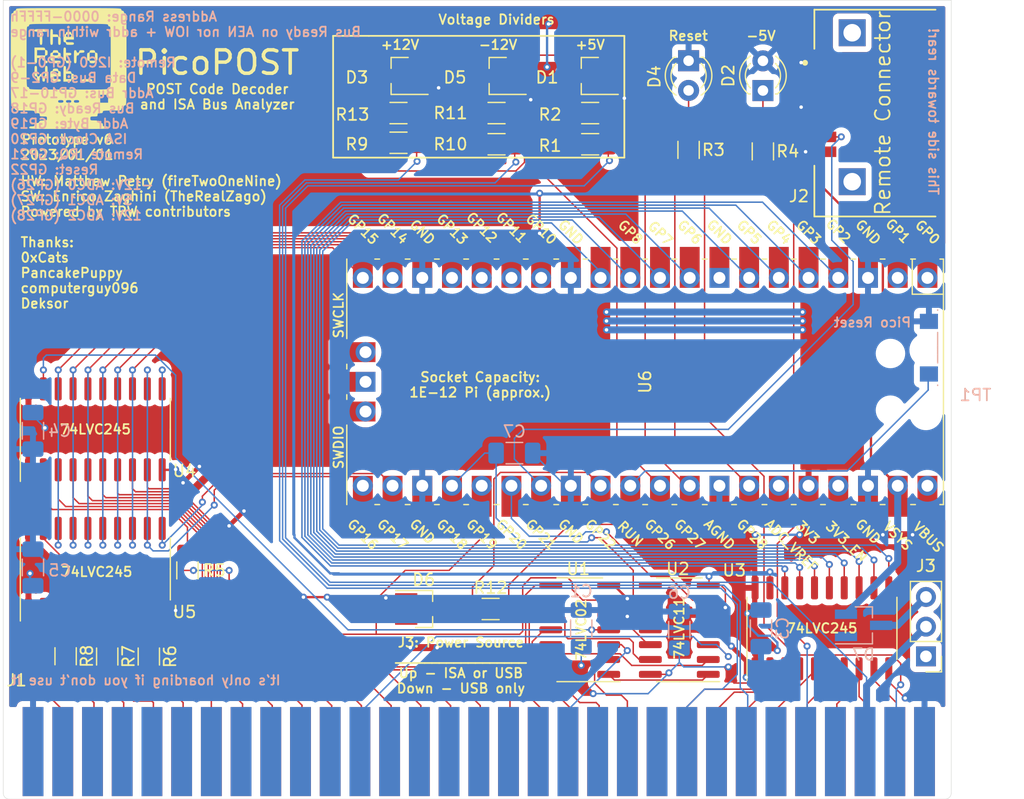
<source format=kicad_pcb>
(kicad_pcb (version 20211014) (generator pcbnew)
  (layers (0 "F.Cu" signal) (31 "B.Cu" signal) (34 "B.Paste" user) (35 "F.Paste" user) (36 "B.SilkS" user "B.Silkscreen") (37 "F.SilkS" user "F.Silkscreen") (38 "B.Mask" user) (39 "F.Mask" user) (44 "Edge.Cuts" user))
  (net 0 "")
  (net 1 "GND")
  (net 2 "+3V3")
  (net 3 "/+12Vmon")
  (net 4 "Net-(D2-Pad1)")
  (net 5 "/-12Vmon")
  (net 6 "Net-(D4-Pad2)")
  (net 7 "/+5Vmon")
  (net 8 "/ISAreset")
  (net 9 "Net-(J1-Pad2)")
  (net 12 "Net-(J1-Pad5)")
  (net 14 "Net-(D7-Pad3)")
  (net 16 "+5VL")
  (net 19 "/IOW")
  (net 26 "-12V")
  (net 38 "/BD7")
  (net 39 "/BD6")
  (net 40 "/BD5")
  (net 41 "/BD4")
  (net 42 "/BD3")
  (net 43 "/BD2")
  (net 44 "/BD1")
  (net 45 "/BD0")
  (net 47 "Net-(J1-Pad42)")
  (net 48 "Net-(J1-Pad43)")
  (net 49 "Net-(J1-Pad44)")
  (net 50 "Net-(J1-Pad45)")
  (net 51 "Net-(J1-Pad46)")
  (net 52 "/BA15")
  (net 53 "/BA14")
  (net 54 "/BA13")
  (net 55 "/BA12")
  (net 56 "/BA11")
  (net 57 "/BA10")
  (net 58 "/BA9")
  (net 59 "Net-(J1-Pad54)")
  (net 60 "/BA7")
  (net 61 "Net-(J1-Pad56)")
  (net 62 "/BA5")
  (net 63 "Net-(J1-Pad58)")
  (net 64 "/BA3")
  (net 65 "Net-(J1-Pad60)")
  (net 66 "/BA1")
  (net 67 "/BA0")
  (net 68 "+5V")
  (net 69 "+12V")
  (net 70 "Net-(J1-Pad20)")
  (net 71 "/ISA_Clk")
  (net 72 "/I2C_SDA")
  (net 73 "/I2C_SCL")
  (net 74 "/BA8")
  (net 75 "/BA6")
  (net 76 "/BA4")
  (net 77 "/BA2")
  (net 78 "Net-(U1-Pad1)")
  (net 79 "/bus_ready")
  (net 80 "/CE_Byte")
  (net 81 "/PD7")
  (net 82 "/PD6")
  (net 83 "/PD5")
  (net 84 "/PD4")
  (net 85 "/PD3")
  (net 86 "/PD2")
  (net 87 "/PD1")
  (net 88 "/PD0")
  (net 89 "/PA7")
  (net 90 "/PA6")
  (net 91 "/PA5")
  (net 92 "/PA4")
  (net 93 "/PA3")
  (net 94 "/PA2")
  (net 95 "/PA1")
  (net 96 "/PA0")
  (net 98 "Net-(U1-Pad10)")
  (net 99 "Net-(U1-Pad13)")
  (net 106 "/Pico_Reset")
  (net 107 "Net-(U1-Pad4)")
  (net 108 "/remoteIRQ")
  (footprint "Package_SO:SO-20_5.3x12.6mm_P1.27mm" (layer "F.Cu") (at 108.707 98.933 90)
    (fp_text reference "U4")
    (fp_text value "74LVC245")
  )
  (footprint "Package_TO_SOT_SMD:SOT-23_Handsoldering" (layer "F.Cu") (at 134.747 68.707 180)
    (fp_text reference "D3")
    (fp_text value "BAT54S")
  )
  (footprint "LED_THT:LED_D3.0mm" (layer "F.Cu") (at 165.770978 69.956 90)
    (fp_text reference "D2")
    (fp_text value "green")
  )
  (footprint "Resistor_SMD:R_1206_3216Metric_Pad1.30x1.75mm_HandSolder" (layer "F.Cu") (at 134.62 71.882)
    (fp_text reference "R13")
    (fp_text value "12k")
  )
  (footprint "Resistor_SMD:R_1206_3216Metric_Pad1.30x1.75mm_HandSolder" (layer "F.Cu") (at 113.279 118.364 -90)
    (fp_text reference "R6")
    (fp_text value "1000")
  )
  (footprint "LED_THT:LED_D3.0mm" (layer "F.Cu") (at 159.415978 67.406 -90)
    (fp_text reference "D4")
    (fp_text value "red")
  )
  (footprint "Resistor_SMD:R_1206_3216Metric_Pad1.30x1.75mm_HandSolder" (layer "F.Cu") (at 116.581 110.998 -90)
    (fp_text reference "R5")
    (fp_text value "1000")
  )
  (footprint "Resistor_SMD:R_1206_3216Metric_Pad1.30x1.75mm_HandSolder" (layer "F.Cu") (at 165.765978 75.158 -90)
    (fp_text reference "R4")
    (fp_text value "330")
  )
  (footprint "modified ICs:TO-236AB_diode" (layer "F.Cu") (at 136.779 114.3)
    (fp_text reference "D6")
    (fp_text value "3.3V")
  )
  (footprint "eec:Molex-47080-4001-0-0-0" (layer "F.Cu") (at 176.022 71.882 90)
    (fp_text reference "J2")
    (fp_text value "Remote Connector")
  )
  (footprint "Package_SO:SO-20_5.3x12.6mm_P1.27mm" (layer "F.Cu") (at 170.815 115.951 90)
    (fp_text reference "U3")
    (fp_text value "74LVC245")
  )
  (footprint "Resistor_SMD:R_1206_3216Metric_Pad1.30x1.75mm_HandSolder" (layer "F.Cu") (at 134.62 74.422 180)
    (fp_text reference "R9")
    (fp_text value "47k")
  )
  (footprint "Resistor_SMD:R_1206_3216Metric_Pad1.30x1.75mm_HandSolder" (layer "F.Cu") (at 151.003 74.549 180)
    (fp_text reference "R1")
    (fp_text value "39k")
  )
  (footprint "Package_TO_SOT_SMD:SOT-23_Handsoldering" (layer "F.Cu") (at 151.003 68.707 180)
    (fp_text reference "D1")
    (fp_text value "BAT54S")
  )
  (footprint "Package_SO:SO-14_3.9x8.65mm_P1.27mm" (layer "F.Cu") (at 150.114 116.078 180)
    (fp_text reference "U1")
    (fp_text value "74LVC02")
  )
  (footprint "Resistor_SMD:R_1206_3216Metric_Pad1.30x1.75mm_HandSolder" (layer "F.Cu") (at 109.723 118.364 -90)
    (fp_text reference "R7")
    (fp_text value "1000")
  )
  (footprint "Resistor_SMD:R_1206_3216Metric_Pad1.30x1.75mm_HandSolder" (layer "F.Cu") (at 106.167 118.338 -90)
    (fp_text reference "R8")
    (fp_text value "1000")
  )
  (footprint "Resistor_SMD:R_1206_3216Metric_Pad1.30x1.75mm_HandSolder" (layer "F.Cu") (at 151.003 71.882)
    (fp_text reference "R2")
    (fp_text value "47k")
  )
  (footprint "Resistor_SMD:R_1206_3216Metric_Pad1.30x1.75mm_HandSolder" (layer "F.Cu") (at 143.002 71.882)
    (fp_text reference "R11")
    (fp_text value "10k")
  )
  (footprint "Connector_PinHeader_2.54mm:PinHeader_1x03_P2.54mm_Vertical" (layer "F.Cu") (at 179.705 118.349 180)
    (fp_text reference "J3")
    (fp_text value "Power Select Jumper")
  )
  (footprint "Resistor_SMD:R_1206_3216Metric_Pad1.30x1.75mm_HandSolder" (layer "F.Cu") (at 159.415978 75.031 -90)
    (fp_text reference "R3")
    (fp_text value "330")
  )
  (footprint "MCU_RaspberryPi_and_Boards:RPi_Pico_SMD_TH" (layer "F.Cu") (at 155.702 94.869 -90)
    (fp_text reference "U6")
    (fp_text value "Pico")
  )
  (footprint "Resistor_SMD:R_1206_3216Metric_Pad1.30x1.75mm_HandSolder" (layer "F.Cu") (at 142.494 114.3)
    (fp_text reference "R12")
    (fp_text value "1000")
  )
  (footprint "Package_SO:SO-14_3.9x8.65mm_P1.27mm" (layer "F.Cu") (at 158.623 116.078 180)
    (fp_text reference "U2")
    (fp_text value "74LVC11")
  )
  (footprint "IDEcardedge:BUS_IDE8" (layer "F.Cu") (at 179.583 126.492)
    (fp_text reference "J1")
    (fp_text value "PCB_Finger_ISA_8bit")
  )
  (footprint "Package_TO_SOT_SMD:SOT-23_Handsoldering" (layer "F.Cu") (at 143.129 68.707 180)
    (fp_text reference "D5")
    (fp_text value "BAT54S")
  )
  (footprint "modified ICs:TRW_logo" (layer "F.Cu") (at 106.426 68.072)
    (fp_text reference "G***")
    (fp_text value "LOGO" hide)
  )
  (footprint "Resistor_SMD:R_1206_3216Metric_Pad1.30x1.75mm_HandSolder" (layer "F.Cu") (at 143.002 74.549 180)
    (fp_text reference "R10")
    (fp_text value "68k")
  )
  (footprint "Package_SO:SO-20_5.3x12.6mm_P1.27mm" (layer "F.Cu") (at 108.707 110.871 90)
    (fp_text reference "U5")
    (fp_text value "74LVC245")
  )
  (footprint "modified ICs:6mm single side button" (layer "B.Cu") (at 183.934 91.948)
    (fp_text reference "TP1")
    (fp_text value "Pico Reset")
  )
  (footprint "Capacitor_SMD:C_1206_3216Metric_Pad1.33x1.80mm_HandSolder" (layer "B.Cu") (at 165.608 115.951 90)
    (fp_text reference "C3")
    (fp_text value "100n")
  )
  (footprint "Package_TO_SOT_SMD:SOT-23_Handsoldering" (layer "B.Cu") (at 174.371 115.697)
    (fp_text reference "D7")
    (fp_text value "BAT54S")
  )
  (footprint "Capacitor_SMD:C_1206_3216Metric_Pad1.33x1.80mm_HandSolder" (layer "B.Cu") (at 103.373 99.06 90)
    (fp_text reference "C4")
    (fp_text value "100n")
  )
  (footprint "Capacitor_SMD:C_1206_3216Metric_Pad1.33x1.80mm_HandSolder" (layer "B.Cu") (at 158.623 116.078 -90)
    (fp_text reference "C6")
    (fp_text value "100n")
  )
  (footprint "Capacitor_SMD:C_1206_3216Metric_Pad1.33x1.80mm_HandSolder" (layer "B.Cu") (at 150.241 115.951 -90)
    (fp_text reference "C1")
    (fp_text value "100n")
  )
  (footprint "Capacitor_SMD:C_1206_3216Metric_Pad1.33x1.80mm_HandSolder" (layer "B.Cu") (at 144.526 100.965 180)
    (fp_text reference "C7")
    (fp_text value "1n")
  )
  (footprint "Capacitor_SMD:C_1206_3216Metric_Pad1.33x1.80mm_HandSolder" (layer "B.Cu") (at 103.373 110.744 -90)
    (fp_text reference "C5")
    (fp_text value "100n")
  )
  (gr_line (start 129.032 65.278) (end 129.032 75.692) (layer "F.SilkS") (width 0.1524))
  (gr_line (start 129.032 75.692) (end 153.924 75.692) (layer "F.SilkS") (width 0.1524))
  (gr_line (start 132.08 65.278) (end 132.08 65.278) (layer "F.SilkS") (width 0.1524))
  (gr_line (start 153.924 75.692) (end 153.924 65.278) (layer "F.SilkS") (width 0.1524))
  (gr_line (start 153.924 65.278) (end 129.032 65.278) (layer "F.SilkS") (width 0.1524))
  (gr_arc (start 101.346 130.556) (mid 100.98679 130.40721) (end 100.838 130.048) (layer "Edge.Cuts") (width 0.0381))
  (gr_line (start 100.838 130.048) (end 100.838 62.23) (layer "Edge.Cuts") (width 0.0381))
  (gr_line (start 181.864 130.048) (end 181.864 62.23) (layer "Edge.Cuts") (width 0.0381))
  (gr_line (start 101.346 130.556) (end 181.356 130.556) (layer "Edge.Cuts") (width 0.0381))
  (gr_line (start 181.864 62.23) (end 100.838 62.23) (layer "Edge.Cuts") (width 0.0381))
  (gr_arc (start 181.864 130.048) (mid 181.71521 130.40721) (end 181.356 130.556) (layer "Edge.Cuts") (width 0.0381))
  (gr_text "Pico Reset" (at 175.133 89.789) (layer "B.SilkS") (effects (font (size 0.8128 0.8128) (thickness 0.1524)) (justify mirror)))
  (gr_text "This side towards rear!" (at 180.34 71.755 -90) (layer "B.SilkS") (effects (font (size 0.8128 0.8128) (thickness 0.1524)) (justify mirror)))
  (gr_text "It's only hoarding if you don't use it" (at 113.03 120.396) (layer "B.SilkS") (effects (font (size 0.8128 0.8128) (thickness 0.1524)) (justify mirror)))
  (gr_text "Address Range: 0000-FFFFh\nBus Ready on AEN nor IOW + addr within range\n\nRemote: I2C0 (GP0-1)\nData Bus: GP2-9\nAddr Bus: GP10-17\nBus Ready: GP18\nAddr Byte: GP19\nISA Clock: GP20\nRemote IRQ: GP21\nReset: GP22\n-12V: ADC0 (GP26)\n5V: ADC1 (GP27)\n12V: ADC2 (GP28)" (at 101.346 72.136) (layer "B.SilkS") (effects (font (size 0.8128 0.8128) (thickness 0.1524)) (justify right mirror)))
  (gr_text "-5V" (at 165.608 65.278) (layer "F.SilkS") (effects (font (size 0.8128 0.8128) (thickness 0.1524))))
  (gr_text "Socket Capacity:\n1E-12 Pi (approx.)" (at 141.605 95.123) (layer "F.SilkS") (effects (font (size 0.8128 0.8128) (thickness 0.1524))))
  (gr_text "POST Code Decoder\nand ISA Bus Analyzer" (at 119.126 70.485) (layer "F.SilkS") (effects (font (size 0.8128 0.8128) (thickness 0.1524))))
  (gr_text "Voltage Dividers" (at 143.002 63.881) (layer "F.SilkS") (effects (font (size 0.8128 0.8128) (thickness 0.1524))))
  (gr_text "-12V" (at 143.129 66.04) (layer "F.SilkS") (effects (font (size 0.8128 0.8128) (thickness 0.1524))))
  (gr_text "J3: Power Source\n__________________\nUp - ISA or USB\nDown - USB only" (at 139.954 119.126) (layer "F.SilkS") (effects (font (size 0.8128 0.8128) (thickness 0.1524))))
  (gr_text "74LVC02" (at 150.241 116.078 90) (layer "F.SilkS") (effects (font (size 0.8128 0.8128) (thickness 0.1524))))
  (gr_text "74LVC245" (at 170.815 115.951) (layer "F.SilkS") (effects (font (size 0.8128 0.8128) (thickness 0.1524))))
  (gr_text "HW: Matthew Petry (fireTwoOneNine)\nSW: Enrico Zaghini (TheRealZago)\nPowered by TRW contributors\n\nThanks:\n0xCats\nPancakePuppy\ncomputerguy096\nDeksor" (at 102.235 82.931) (layer "F.SilkS") (effects (font (size 0.8128 0.8128) (thickness 0.1524)) (justify left)))
  (gr_text "74LVC245" (at 108.712 98.933) (layer "F.SilkS") (effects (font (size 0.8128 0.8128) (thickness 0.1524))))
  (gr_text "74LVC11" (at 158.623 115.951 90) (layer "F.SilkS") (effects (font (size 0.8128 0.8128) (thickness 0.1524))))
  (gr_text "PicoPOST" (at 119.126 67.564) (layer "F.SilkS") (effects (font (size 2 2) (thickness 0.3))))
  (gr_text "+12V" (at 134.747 66.04) (layer "F.SilkS") (effects (font (size 0.8128 0.8128) (thickness 0.1524))))
  (gr_text "Prototype v6\n2023/01/01" (at 106.299 74.803) (layer "F.SilkS") (effects (font (size 0.8128 0.8128) (thickness 0.1524))))
  (gr_text "74LVC245" (at 108.839 111.125) (layer "F.SilkS") (effects (font (size 0.8128 0.8128) (thickness 0.1524))))
  (gr_text "+5V" (at 151.003 66.04) (layer "F.SilkS") (effects (font (size 0.8128 0.8128) (thickness 0.1524))))
  (gr_text "Reset" (at 159.385 65.278) (layer "F.SilkS") (effects (font (size 0.8128 0.8128) (thickness 0.1524))))
  (segment (start 176.53 119.4135) (end 176.53 120.523) (width 0.127) (layer "F.Cu") (net 1))
  (segment (start 135.636 117.602) (end 137.922 117.602) (width 0.6) (layer "F.Cu") (net 1))
  (segment (start 161.163 111.506) (end 161.163 112.203) (width 0.127) (layer "F.Cu") (net 1))
  (segment (start 137.983 69.657) (end 138.049 69.723) (width 0.127) (layer "F.Cu") (net 1))
  (segment (start 115.4765 114.3335) (end 115.57 114.427) (width 0.2) (layer "F.Cu") (net 1))
  (segment (start 169.037 71.374) (end 169.045 71.382) (width 0.127) (layer "F.Cu") (net 1))
  (segment (start 136.17 71.882) (end 136.247 71.805) (width 0.127) (layer "F.Cu") (net 1))
  (segment (start 144.841 69.657) (end 145.923 70.739) (width 0.127) (layer "F.Cu") (net 1))
  (segment (start 114.422 114.3335) (end 115.4765 114.3335) (width 0.2) (layer "F.Cu") (net 1))
  (segment (start 163.068 117.475) (end 164.338 118.745) (width 0.4) (layer "F.Cu") (net 1))
  (segment (start 166.37 112.4885) (end 166.37 111.125) (width 0.127) (layer "F.Cu") (net 1))
  (segment (start 161.163 112.203) (end 161.098 112.268) (width 0.127) (layer "F.Cu") (net 1))
  (segment (start 153.035 112.268) (end 154.178 113.411) (width 0.2) (layer "F.Cu") (net 1))
  (segment (start 146.685 78.74) (end 146.685 82.169) (width 0.2) (layer "F.Cu") (net 1))
  (segment (start 152.503 69.657) (end 152.503 71.832) (width 0.127) (layer "F.Cu") (net 1))
  (segment (start 171.042 67.572) (end 169.045 67.572) (width 0.127) (layer "F.Cu") (net 1))
  (segment (start 152.969 69.657) (end 153.924 70.612) (width 0.127) (layer "F.Cu") (net 1))
  (segment (start 162.56 112.649) (end 162.56 114.173) (width 0.127) (layer "F.Cu") (net 1))
  (segment (start 128.524 113.284) (end 126.492 113.284) (width 0.2) (layer "F.Cu") (net 1))
  (segment (start 162.179 112.268) (end 162.56 112.649) (width 0.127) (layer "F.Cu") (net 1))
  (segment (start 115.57 102.362) (end 115.5365 102.3955) (width 0.2) (layer "F.Cu") (net 1))
  (segment (start 152.589 112.268) (end 153.035 112.268) (width 0.2) (layer "F.Cu") (net 1))
  (segment (start 121.412 105.918) (end 120.142 107.188) (width 0.4) (layer "F.Cu") (net 1))
  (segment (start 152.503 71.832) (end 152.553 71.882) (width 0.127) (layer "F.Cu") (net 1))
  (segment (start 171.042 71.382) (end 169.045 71.382) (width 0.127) (layer "F.Cu") (net 1))
  (segment (start 169.037 67.564) (end 169.045 67.572) (width 0.127) (layer "F.Cu") (net 1))
  (segment (start 135.279 113.35) (end 133.538 113.35) (width 0.2) (layer "F.Cu") (net 1))
  (segment (start 136.247 69.657) (end 137.983 69.657) (width 0.127) (layer "F.Cu") (net 1))
  (segment (start 144.629 69.657) (end 144.841 69.657) (width 0.127) (layer "F.Cu") (net 1))
  (segment (start 152.589 114.808) (end 154.051 114.808) (width 0.2) (layer "F.Cu") (net 1))
  (segment (start 116.205 103.505) (end 117.602 102.108) (width 0.4) (layer "F.Cu") (net 1))
  (segment (start 176.022 107.95) (end 178.562 107.95) (width 0.6) (layer "F.Cu") (net 1))
  (segment (start 136.247 71.805) (end 136.247 69.657) (width 0.127) (layer "F.Cu") (net 1))
  (segment (start 114.422 102.3955) (end 115.5365 102.3955) (width 0.2) (layer "F.Cu") (net 1))
  (segment (start 152.503 69.657) (end 152.969 69.657) (width 0.127) (layer "F.Cu") (net 1))
  (segment (start 154.051 114.808) (end 154.178 114.935) (width 0.2) (layer "F.Cu") (net 1))
  (segment (start 164.338 118.745) (end 164.338 120.142) (width 0.4) (layer "F.Cu") (net 1))
  (segment (start 176.53 120.523) (end 177.927 121.92) (width 0.127) (layer "F.Cu") (net 1))
  (segment (start 171.042 75.192) (end 169.418 75.192) (width 0.127) (layer "F.Cu") (net 1))
  (segment (start 161.098 112.268) (end 162.179 112.268) (width 0.127) (layer "F.Cu") (net 1))
  (via (at 145.923 70.739) (size 0.6) (drill 0.3) (layers "F.Cu" "B.Cu") (net 1))
  (via (at 154.178 114.935) (size 0.6) (drill 0.3) (layers "F.Cu" "B.Cu") (net 1))
  (via (at 177.927 121.92) (size 0.6) (drill 0.3) (layers "F.Cu" "B.Cu") (net 1))
  (via (at 176.022 107.95) (size 0.6) (drill 0.3) (layers "F.Cu" "B.Cu") (net 1))
  (via (at 163.068 117.475) (size 0.6) (drill 0.3) (layers "F.Cu" "B.Cu") (net 1))
  (via (at 164.338 120.142) (size 0.6) (drill 0.3) (layers "F.Cu" "B.Cu") (net 1))
  (via (at 169.037 71.374) (size 0.6) (drill 0.3) (layers "F.Cu" "B.Cu") (net 1))
  (via (at 116.205 103.505) (size 0.6) (drill 0.3) (layers "F.Cu" "B.Cu") (net 1))
  (via (at 146.685 82.169) (size 0.6) (drill 0.3) (layers "F.Cu" "B.Cu") (net 1))
  (via (at 133.538 113.35) (size 0.6) (drill 0.3) (layers "F.Cu" "B.Cu") (net 1))
  (via (at 178.562 107.95) (size 0.6) (drill 0.3) (layers "F.Cu" "B.Cu") (net 1))
  (via (at 169.037 67.564) (size 0.6) (drill 0.3) (layers "F.Cu" "B.Cu") (net 1))
  (via (at 138.049 69.723) (size 0.6) (drill 0.3) (layers "F.Cu" "B.Cu") (net 1))
  (via (at 115.57 114.427) (size 0.6) (drill 0.3) (layers "F.Cu" "B.Cu") (net 1))
  (via (at 153.924 70.612) (size 0.6) (drill 0.3) (layers "F.Cu" "B.Cu") (net 1))
  (via (at 120.142 107.188) (size 0.6) (drill 0.3) (layers "F.Cu" "B.Cu") (net 1))
  (via (at 169.418 75.192) (size 0.6) (drill 0.3) (layers "F.Cu" "B.Cu") (net 1))
  (via (at 154.178 113.411) (size 0.6) (drill 0.3) (layers "F.Cu" "B.Cu") (net 1))
  (via (at 162.56 114.173) (size 0.6) (drill 0.3) (layers "F.Cu" "B.Cu") (net 1))
  (via (at 115.57 102.362) (size 0.6) (drill 0.3) (layers "F.Cu" "B.Cu") (net 1))
  (via (at 166.37 111.125) (size 0.6) (drill 0.3) (layers "F.Cu" "B.Cu") (net 1))
  (via (at 117.602 102.108) (size 0.6) (drill 0.3) (layers "F.Cu" "B.Cu") (net 1))
  (via (at 121.412 105.918) (size 0.6) (drill 0.3) (layers "F.Cu" "B.Cu") (net 1))
  (via (at 137.922 117.602) (size 0.6) (drill 0.3) (layers "F.Cu" "B.Cu") (net 1))
  (via (at 128.524 113.284) (size 0.6) (drill 0.3) (layers "F.Cu" "B.Cu") (net 1))
  (via (at 146.685 78.74) (size 0.6) (drill 0.3) (layers "F.Cu" "B.Cu") (net 1))
  (via (at 135.636 117.602) (size 0.6) (drill 0.3) (layers "F.Cu" "B.Cu") (net 1))
  (via (at 126.492 113.284) (size 0.6) (drill 0.3) (layers "F.Cu" "B.Cu") (net 1))
  (via (at 161.163 111.506) (size 0.6) (drill 0.3) (layers "F.Cu" "B.Cu") (net 1))
  (segment (start 148.8825 103.759) (end 149.352 103.759) (width 0.127) (layer "B.Cu") (net 1))
  (segment (start 125.73 108.204) (end 128.778 111.252) (width 0.2) (layer "B.Cu") (net 1))
  (segment (start 128.778 111.252) (end 129.54 111.252) (width 0.2) (layer "B.Cu") (net 1))
  (segment (start 146.0885 100.965) (end 148.8825 103.759) (width 0.127) (layer "B.Cu") (net 1))
  (segment (start 104.9655 110.6805) (end 105.029 110.744) (width 0.2) (layer "B.Cu") (net 1))
  (segment (start 103.4665 109.1815) (end 104.9655 110.6805) (width 0.2) (layer "B.Cu") (net 1))
  (segment (start 125.73 107.95) (end 125.73 108.204) (width 0.2) (layer "B.Cu") (net 1))
  (segment (start 161.544 111.125) (end 161.163 111.506) (width 0.127) (layer "B.Cu") (net 1))
  (segment (start 103.373 109.1815) (end 103.4665 109.1815) (width 0.2) (layer "B.Cu") (net 1))
  (segment (start 166.37 111.125) (end 161.544 111.125) (width 0.127) (layer "B.Cu") (net 1))
  (segment (start 156.148 119.888) (end 157.607 119.888) (width 0.127) (layer "F.Cu") (net 2))
  (segment (start 161.098 114.808) (end 161.098 116.078) (width 0.127) (layer "F.Cu") (net 2))
  (segment (start 162.814 120.142) (end 163.304011 120.632011) (width 0.127) (layer "F.Cu") (net 2))
  (segment (start 102.992 114.3335) (end 102.992 111.384) (width 0.2) (layer "F.Cu") (net 2))
  (segment (start 164.609989 120.632011) (end 165.1 120.142) (width 0.127) (layer "F.Cu") (net 2))
  (segment (start 102.992 111.384) (end 103.124 111.252) (width 0.2) (layer "F.Cu") (net 2))
  (segment (start 162.814 119.253) (end 162.814 120.142) (width 0.127) (layer "F.Cu") (net 2))
  (segment (start 157.607 119.888) (end 157.734 119.761) (width 0.127) (layer "F.Cu") (net 2))
  (segment (start 165.1 120.142) (end 165.1 119.4135) (width 0.127) (layer "F.Cu") (net 2))
  (segment (start 163.304011 120.632011) (end 164.609989 120.632011) (width 0.127) (layer "F.Cu") (net 2))
  (via (at 169.164 88.9) (size 0.6) (drill 0.3) (layers "F.Cu" "B.Cu") (net 2))
  (via (at 104.394 98.806) (size 0.6) (drill 0.3) (layers "F.Cu" "B.Cu") (net 2))
  (via (at 169.164 89.662) (size 0.6) (drill 0.3) (layers "F.Cu" "B.Cu") (net 2))
  (via (at 165.1 107.95) (size 0.6) (drill 0.3) (layers "F.Cu" "B.Cu") (net 2))
  (via (at 103.124 111.252) (size 0.6) (drill 0.3) (layers "F.Cu" "B.Cu") (net 2))
  (via (at 150.241 119.126) (size 0.6) (drill 0.3) (layers "F.Cu" "B.Cu") (net 2))
  (via (at 157.734 119.761) (size 0.6) (drill 0.3) (layers "F.Cu" "B.Cu") (net 2))
  (via (at 152.4 90.424) (size 0.6) (drill 0.3) (layers "F.Cu" "B.Cu") (net 2))
  (via (at 168.91 107.95) (size 0.6) (drill 0.3) (layers "F.Cu" "B.Cu") (net 2))
  (via (at 162.814 119.253) (size 0.6) (drill 0.3) (layers "F.Cu" "B.Cu") (net 2))
  (via (at 147.32 67.945) (size 0.6) (drill 0.3) (layers "F.Cu" "B.Cu") (net 2))
  (via (at 152.4 88.9) (size 0.6) (drill 0.3) (layers "F.Cu" "B.Cu") (net 2))
  (via (at 151.257 121.539) (size 0.6) (drill 0.3) (layers "F.Cu" "B.Cu") (net 2))
  (via (at 169.164 90.424) (size 0.6) (drill 0.3) (layers "F.Cu" "B.Cu") (net 2))
  (via (at 167.005 117.856) (size 0.6) (drill 0.3) (layers "F.Cu" "B.Cu") (net 2))
  (via (at 147.447 64.262) (size 0.6) (drill 0.3) (layers "F.Cu" "B.Cu") (net 2))
  (via (at 164.465 114.681) (size 0.6) (drill 0.3) (layers "F.Cu" "B.Cu") (net 2))
  (via (at 152.4 89.662) (size 0.6) (drill 0.3) (layers "F.Cu" "B.Cu") (net 2))
  (segment (start 147.32 64.389) (end 147.447 64.262) (width 0.2) (layer "B.Cu") (net 2))
  (segment (start 158.623 118.872) (end 159.004 119.253) (width 0.127) (layer "B.Cu") (net 2))
  (segment (start 147.32 67.945) (end 147.32 64.389) (width 0.2) (layer "B.Cu") (net 2))
  (segment (start 103.124 112.0575) (end 103.373 112.3065) (width 0.2) (layer "B.Cu") (net 2))
  (segment (start 151.257 121.539) (end 155.956 121.539) (width 0.127) (layer "B.Cu") (net 2))
  (segment (start 164.7575 114.3885) (end 164.465 114.681) (width 0.2) (layer "B.Cu") (net 2))
  (segment (start 152.4 88.9) (end 169.164 88.9) (width 0.6) (layer "B.Cu") (net 2))
  (segment (start 165.3714 116.586) (end 164.465 115.6796) (width 0.2) (layer "B.Cu") (net 2))
  (segment (start 167.005 117.856) (end 167.005 117.174099) (width 0.2) (layer "B.Cu") (net 2))
  (segment (start 164.465 115.6796) (end 164.465 114.681) (width 0.2) (layer "B.Cu") (net 2))
  (segment (start 159.004 119.253) (end 162.814 119.253) (width 0.127) (layer "B.Cu") (net 2))
  (segment (start 103.124 111.252) (end 103.124 112.0575) (width 0.2) (layer "B.Cu") (net 2))
  (segment (start 103.373 97.785) (end 104.394 98.806) (width 0.127) (layer "B.Cu") (net 2))
  (segment (start 155.956 121.539) (end 157.734 119.761) (width 0.127) (layer "B.Cu") (net 2))
  (segment (start 165.1 107.95) (end 168.91 107.95) (width 0.2) (layer "B.Cu") (net 2))
  (segment (start 152.4 90.424) (end 169.164 90.424) (width 0.6) (layer "B.Cu") (net 2))
  (segment (start 158.623 118.872) (end 158.623 117.6405) (width 0.127) (layer "B.Cu") (net 2))
  (segment (start 167.005 117.174099) (end 166.416901 116.586) (width 0.2) (layer "B.Cu") (net 2))
  (segment (start 169.164 89.662) (end 152.4 89.662) (width 0.6) (layer "B.Cu") (net 2))
  (segment (start 150.241 119.126) (end 150.241 117.5135) (width 0.127) (layer "B.Cu") (net 2))
  (segment (start 165.608 114.3885) (end 164.7575 114.3885) (width 0.2) (layer "B.Cu") (net 2))
  (segment (start 157.734 119.761) (end 158.623 118.872) (width 0.127) (layer "B.Cu") (net 2))
  (segment (start 166.416901 116.586) (end 165.3714 116.586) (width 0.2) (layer "B.Cu") (net 2))
  (segment (start 103.373 97.4975) (end 103.373 97.785) (width 0.127) (layer "B.Cu") (net 2))
  (segment (start 153.405022 66.929) (end 158.242 71.765978) (width 0.127) (layer "F.Cu") (net 3))
  (segment (start 133.247 68.707) (end 135.025 66.929) (width 0.127) (layer "F.Cu") (net 3))
  (segment (start 133.07 71.882) (end 133.07 74.422) (width 0.127) (layer "F.Cu") (net 3))
  (segment (start 159.258 101.346) (end 162.179 101.346) (width 0.127) (layer "F.Cu") (net 3))
  (segment (start 158.242 100.33) (end 159.258 101.346) (width 0.127) (layer "F.Cu") (net 3))
  (segment (start 135.025 66.929) (end 153.405022 66.929) (width 0.127) (layer "F.Cu") (net 3))
  (segment (start 162.179 101.346) (end 164.592 103.759) (width 0.127) (layer "F.Cu") (net 3))
  (segment (start 133.07 71.882) (end 133.247 71.705) (width 0.127) (layer "F.Cu") (net 3))
  (segment (start 158.242 71.765978) (end 158.242 100.33) (width 0.127) (layer "F.Cu") (net 3))
  (segment (start 133.247 71.705) (end 133.247 68.707) (width 0.127) (layer "F.Cu") (net 3))
  (segment (start 165.770978 73.603) (end 165.765978 73.608) (width 0.127) (layer "F.Cu") (net 4))
  (segment (start 165.770978 69.956) (end 165.770978 73.603) (width 0.127) (layer "F.Cu") (net 4))
  (segment (start 141.452 74.549) (end 141.452 71.882) (width 0.127) (layer "F.Cu") (net 5))
  (segment (start 141.452 71.882) (end 141.629 71.705) (width 0.127) (layer "F.Cu") (net 5))
  (segment (start 146.812 76.962) (end 153.289 83.439) (width 0.127) (layer "F.Cu") (net 5))
  (segment (start 153.289 100.076) (end 156.972 103.759) (width 0.127) (layer "F.Cu") (net 5))
  (segment (start 141.629 71.705) (end 141.629 68.707) (width 0.127) (layer "F.Cu") (net 5))
  (segment (start 145.409022 68.707) (end 146.812 70.109978) (width 0.127) (layer "F.Cu") (net 5))
  (segment (start 153.289 83.439) (end 153.289 100.076) (width 0.127) (layer "F.Cu") (net 5))
  (segment (start 141.629 68.707) (end 145.409022 68.707) (width 0.127) (layer "F.Cu") (net 5))
  (segment (start 146.812 70.109978) (end 146.812 76.962) (width 0.127) (layer "F.Cu") (net 5))
  (segment (start 159.415978 69.946) (end 159.415978 73.481) (width 0.127) (layer "F.Cu") (net 6))
  (segment (start 153.283022 68.707) (end 155.569022 70.993) (width 0.127) (layer "F.Cu") (net 7))
  (segment (start 159.258 103.759) (end 159.512 103.759) (width 0.127) (layer "F.Cu") (net 7))
  (segment (start 155.702 100.203) (end 159.258 103.759) (width 0.127) (layer "F.Cu") (net 7))
  (segment (start 149.503 68.707) (end 153.283022 68.707) (width 0.127) (layer "F.Cu") (net 7))
  (segment (start 149.453 71.882) (end 149.503 71.832) (width 0.127) (layer "F.Cu") (net 7))
  (segment (start 155.569022 70.993) (end 155.575 70.993) (width 0.127) (layer "F.Cu") (net 7))
  (segment (start 155.702 71.12) (end 155.702 100.203) (width 0.127) (layer "F.Cu") (net 7))
  (segment (start 155.575 70.993) (end 155.702 71.12) (width 0.127) (layer "F.Cu") (net 7))
  (segment (start 149.503 71.832) (end 149.503 68.707) (width 0.127) (layer "F.Cu") (net 7))
  (segment (start 149.453 74.549) (end 149.453 71.882) (width 0.127) (layer "F.Cu") (net 7))
  (segment (start 140.944 112.421) (end 142.772011 110.592989) (width 0.127) (layer "F.Cu") (net 8))
  (segment (start 150.749 102.616) (end 151.892 103.759) (width 0.127) (layer "F.Cu") (net 8))
  (segment (start 140.944 112.421) (end 140.944 114.3) (width 0.127) (layer "F.Cu") (net 8))
  (segment (start 142.772011 110.592989) (end 142.772011 103.178967) (width 0.127) (layer "F.Cu") (net 8))
  (segment (start 140.944 114.3) (end 138.279 114.3) (width 0.127) (layer "F.Cu") (net 8))
  (segment (start 142.772011 103.178967) (end 143.334978 102.616) (width 0.127) (layer "F.Cu") (net 8))
  (segment (start 143.334978 102.616) (end 150.749 102.616) (width 0.127) (layer "F.Cu") (net 8))
  (segment (start 159.415978 76.992978) (end 160.782 78.359) (width 0.127) (layer "F.Cu") (net 9))
  (segment (start 165.227 107.061) (end 165.862 106.426) (width 0.127) (layer "F.Cu") (net 9))
  (segment (start 177.546 118.96114) (end 177.546 120.777) (width 0.127) (layer "F.Cu") (net 9))
  (segment (start 160.782 78.359) (end 160.782 97.868978) (width 0.127) (layer "F.Cu") (net 9))
  (segment (start 168.52798 118.23598) (end 165.862 115.57) (width 0.127) (layer "F.Cu") (net 9))
  (segment (start 165.862 115.57) (end 165.862 107.696) (width 0.127) (layer "F.Cu") (net 9))
  (segment (start 165.862 102.948978) (end 165.862 106.172) (width 0.127) (layer "F.Cu") (net 9))
  (segment (start 165.862 106.426) (end 165.862 106.172) (width 0.127) (layer "F.Cu") (net 9))
  (segment (start 165.862 106.172) (end 165.862 107.696) (width 0.127) (layer "F.Cu") (net 9))
  (segment (start 144.044 112.242) (end 144.044 114.3) (width 0.127) (layer "F.Cu") (net 9))
  (segment (start 149.225 107.061) (end 165.227 107.061) (width 0.127) (layer "F.Cu") (net 9))
  (segment (start 160.782 97.868978) (end 165.862 102.948978) (width 0.127) (layer "F.Cu") (net 9))
  (segment (start 159.415978 76.581) (end 159.415978 76.992978) (width 0.127) (layer "F.Cu") (net 9))
  (segment (start 168.52798 118.23598) (end 176.82084 118.23598) (width 0.127) (layer "F.Cu") (net 9))
  (segment (start 176.82084 118.23598) (end 177.546 118.96114) (width 0.127) (layer "F.Cu") (net 9))
  (segment (start 144.044 112.242) (end 149.225 107.061) (width 0.127) (layer "F.Cu") (net 9))
  (via (at 177.546 120.777) (size 0.6) (drill 0.3) (layers "F.Cu" "B.Cu") (net 9))
  (segment (start 177.17 121.153) (end 177.17 126.492) (width 0.127) (layer "B.Cu") (net 9))
  (segment (start 177.546 120.777) (end 177.17 121.153) (width 0.127) (layer "B.Cu") (net 9))
  (segment (start 165.765978 76.738978) (end 168.402 79.375) (width 0.127) (layer "F.Cu") (net 12))
  (segment (start 167.005 114.935) (end 167.005 108.712) (width 0.127) (layer "F.Cu") (net 12))
  (segment (start 167.005 108.712) (end 168.402 107.315) (width 0.127) (layer "F.Cu") (net 12))
  (segment (start 168.402 107.315) (end 168.402 79.375) (width 0.127) (layer "F.Cu") (net 12))
  (segment (start 169.545 117.475) (end 167.005 114.935) (width 0.127) (layer "F.Cu") (net 12))
  (segment (start 165.765978 76.708) (end 165.765978 76.738978) (width 0.127) (layer "F.Cu") (net 12))
  (via (at 169.545 117.475) (size 0.6) (drill 0.3) (layers "F.Cu" "B.Cu") (net 12))
  (segment (start 169.55 117.48) (end 169.55 126.492) (width 0.127) (layer "B.Cu") (net 12))
  (segment (start 169.545 117.475) (end 169.55 117.48) (width 0.127) (layer "B.Cu") (net 12))
  (segment (start 175.871 115.697) (end 177.277 115.697) (width 0.6) (layer "B.Cu") (net 14))
  (segment (start 177.277 115.697) (end 179.705 113.269) (width 0.6) (layer "B.Cu") (net 14))
  (segment (start 152.553 75.845) (end 152.654 75.946) (width 0.127) (layer "F.Cu") (net 16))
  (segment (start 152.553 74.549) (end 152.553 75.845) (width 0.127) (layer "F.Cu") (net 16))
  (via (at 152.654 75.946) (size 0.6) (drill 0.3) (layers "F.Cu" "B.Cu") (net 16))
  (segment (start 174.63 120.870978) (end 174.63 126.492) (width 0.6) (layer "B.Cu") (net 16))
  (segment (start 166.507978 112.014) (end 128.778 112.014) (width 0.127) (layer "B.Cu") (net 16))
  (segment (start 179.691978 115.809) (end 174.63 120.870978) (width 0.6) (layer "B.Cu") (net 16))
  (segment (start 174.63 120.870978) (end 174.63 120.136022) (width 0.127) (layer "B.Cu") (net 16))
  (segment (start 124.968 108.204) (end 124.968 80.01) (width 0.127) (layer "B.Cu") (net 16))
  (segment (start 124.968 80.01) (end 126.873 78.105) (width 0.127) (layer "B.Cu") (net 16))
  (segment (start 128.778 112.014) (end 124.968 108.204) (width 0.127) (layer "B.Cu") (net 16))
  (segment (start 150.495 78.105) (end 152.654 75.946) (width 0.127) (layer "B.Cu") (net 16))
  (segment (start 126.873 78.105) (end 150.495 78.105) (width 0.127) (layer "B.Cu") (net 16))
  (segment (start 174.63 120.136022) (end 166.507978 112.014) (width 0.127) (layer "B.Cu") (net 16))
  (segment (start 179.705 115.809) (end 179.691978 115.809) (width 0.6) (layer "B.Cu") (net 16))
  (segment (start 152.589 117.348) (end 153.67 117.348) (width 0.127) (layer "F.Cu") (net 19))
  (segment (start 153.67 117.348) (end 154.178 117.856) (width 0.127) (layer "F.Cu") (net 19))
  (via (at 154.178 117.856) (size 0.6) (drill 0.3) (layers "F.Cu" "B.Cu") (net 19))
  (segment (start 149.23 122.804) (end 149.23 126.492) (width 0.127) (layer "B.Cu") (net 19))
  (segment (start 154.178 117.856) (end 149.23 122.804) (width 0.127) (layer "B.Cu") (net 19))
  (segment (start 144.552 75.972) (end 144.653 76.073) (width 0.127) (layer "F.Cu") (net 26))
  (segment (start 144.552 74.549) (end 144.552 75.972) (width 0.127) (layer "F.Cu") (net 26))
  (via (at 144.653 76.073) (size 0.6) (drill 0.3) (layers "F.Cu" "B.Cu") (net 26))
  (segment (start 128.673468 112.268) (end 124.714 108.308532) (width 0.127) (layer "B.Cu") (net 26))
  (segment (start 142.875 77.851) (end 144.653 76.073) (width 0.127) (layer "B.Cu") (net 26))
  (segment (start 126.746 77.851) (end 142.875 77.851) (width 0.127) (layer "B.Cu") (net 26))
  (segment (start 124.714 108.308532) (end 124.714 79.883) (width 0.127) (layer "B.Cu") (net 26))
  (segment (start 163.83 121.031) (end 163.83 113.665) (width 0.127) (layer "B.Cu") (net 26))
  (segment (start 164.47 121.671) (end 163.83 121.031) (width 0.127) (layer "B.Cu") (net 26))
  (segment (start 124.714 79.883) (end 126.746 77.851) (width 0.127) (layer "B.Cu") (net 26))
  (segment (start 164.47 126.492) (end 164.47 121.671) (width 0.127) (layer "B.Cu") (net 26))
  (segment (start 163.83 113.665) (end 162.433 112.268) (width 0.127) (layer "B.Cu") (net 26))
  (segment (start 162.433 112.268) (end 128.673468 112.268) (width 0.127) (layer "B.Cu") (net 26))
  (segment (start 175.26 120.396) (end 177.17 122.306) (width 0.127) (layer "F.Cu") (net 38))
  (segment (start 177.17 122.306) (end 177.17 126.492) (width 0.127) (layer "F.Cu") (net 38))
  (segment (start 175.26 119.4135) (end 175.26 120.396) (width 0.127) (layer "F.Cu") (net 38))
  (segment (start 174.63 122.433) (end 174.63 126.492) (width 0.127) (layer "F.Cu") (net 39))
  (segment (start 173.99 121.793) (end 174.63 122.433) (width 0.127) (layer "F.Cu") (net 39))
  (segment (start 173.99 119.4135) (end 173.99 121.793) (width 0.127) (layer "F.Cu") (net 39))
  (segment (start 172.72 119.4135) (end 172.72 121.793) (width 0.127) (layer "F.Cu") (net 40))
  (segment (start 172.72 121.793) (end 172.09 122.423) (width 0.127) (layer "F.Cu") (net 40))
  (segment (start 172.09 122.423) (end 172.09 126.492) (width 0.127) (layer "F.Cu") (net 40))
  (segment (start 169.55 122.423) (end 169.55 126.492) (width 0.127) (layer "F.Cu") (net 41))
  (segment (start 171.45 120.523) (end 169.55 122.423) (width 0.127) (layer "F.Cu") (net 41))
  (segment (start 171.45 119.4135) (end 171.45 120.523) (width 0.127) (layer "F.Cu") (net 41))
  (segment (start 167.01 122.78186) (end 167.01 126.492) (width 0.127) (layer "F.Cu") (net 42))
  (segment (start 170.18 119.4135) (end 170.18 119.61186) (width 0.127) (layer "F.Cu") (net 42))
  (segment (start 170.18 119.61186) (end 167.01 122.78186) (width 0.127) (layer "F.Cu") (net 42))
  (segment (start 164.47 122.804) (end 164.47 126.492) (width 0.127) (layer "F.Cu") (net 43))
  (segment (start 166.85586 121.666) (end 165.608 121.666) (width 0.127) (layer "F.Cu") (net 43))
  (segment (start 168.91 119.4135) (end 168.91 119.61186) (width 0.127) (layer "F.Cu") (net 43))
  (segment (start 165.608 121.666) (end 164.47 122.804) (width 0.127) (layer "F.Cu") (net 43))
  (segment (start 168.91 119.61186) (end 166.85586 121.666) (width 0.127) (layer "F.Cu") (net 43))
  (segment (start 167.64 119.61186) (end 165.83938 121.41248) (width 0.127) (layer "F.Cu") (net 44))
  (segment (start 163.82904 121.412) (end 163.82952 121.41248) (width 0.127) (layer "F.Cu") (net 44))
  (segment (start 163.322 121.412) (end 163.82904 121.412) (width 0.127) (layer "F.Cu") (net 44))
  (segment (start 161.803 122.931) (end 163.322 121.412) (width 0.127) (layer "F.Cu") (net 44))
  (segment (start 165.83938 121.41248) (end 163.82952 121.41248) (width 0.127) (layer "F.Cu") (net 44))
  (segment (start 167.64 119.4135) (end 167.64 119.61186) (width 0.127) (layer "F.Cu") (net 44))
  (segment (start 166.37 119.61186) (end 164.82386 121.158) (width 0.127) (layer "F.Cu") (net 45))
  (segment (start 166.37 119.4135) (end 166.37 119.61186) (width 0.127) (layer "F.Cu") (net 45))
  (segment (start 160.782 121.158) (end 159.263 122.677) (width 0.127) (layer "F.Cu") (net 45))
  (segment (start 164.82386 121.158) (end 160.782 121.158) (width 0.127) (layer "F.Cu") (net 45))
  (segment (start 152.404 121.666) (end 153.67 121.666) (width 0.127) (layer "F.Cu") (net 47))
  (segment (start 154.183 122.179) (end 154.183 126.492) (width 0.127) (layer "F.Cu") (net 47))
  (segment (start 152.40314 118.618) (end 152.589 118.618) (width 0.127) (layer "F.Cu") (net 47))
  (segment (start 151.384 119.63714) (end 152.40314 118.618) (width 0.127) (layer "F.Cu") (net 47))
  (segment (start 151.384 120.646) (end 152.404 121.666) (width 0.127) (layer "F.Cu") (net 47))
  (segment (start 153.67 121.666) (end 154.183 122.179) (width 0.127) (layer "F.Cu") (net 47))
  (segment (start 151.384 120.646) (end 151.384 119.63714) (width 0.127) (layer "F.Cu") (net 47))
  (segment (start 147.066 117.348) (end 147.639 117.348) (width 0.127) (layer "F.Cu") (net 48))
  (segment (start 146.304 120.777) (end 148.59 120.777) (width 0.127) (layer "F.Cu") (net 48))
  (segment (start 150.114 122.301) (end 151.511 122.301) (width 0.127) (layer "F.Cu") (net 48))
  (segment (start 151.77 122.56) (end 151.77 126.492) (width 0.127) (layer "F.Cu") (net 48))
  (segment (start 151.511 122.301) (end 151.77 122.56) (width 0.127) (layer "F.Cu") (net 48))
  (segment (start 146.304 120.777) (end 146.304 118.11) (width 0.127) (layer "F.Cu") (net 48))
  (segment (start 146.304 118.11) (end 147.066 117.348) (width 0.127) (layer "F.Cu") (net 48))
  (segment (start 148.59 120.777) (end 150.114 122.301) (width 0.127) (layer "F.Cu") (net 48))
  (segment (start 146.05048 120.882011) (end 147.215469 122.047) (width 0.127) (layer "F.Cu") (net 49))
  (segment (start 147.639 116.078) (end 147.066 116.078) (width 0.127) (layer "F.Cu") (net 49))
  (segment (start 146.05 117.48018) (end 146.05048 117.48066) (width 0.127) (layer "F.Cu") (net 49))
  (segment (start 146.05048 117.48066) (end 146.05048 120.882011) (width 0.127) (layer "F.Cu") (net 49))
  (segment (start 148.59 122.047) (end 149.23 122.687) (width 0.127) (layer "F.Cu") (net 49))
  (segment (start 149.23 122.687) (end 149.23 126.492) (width 0.127) (layer "F.Cu") (net 49))
  (segment (start 147.066 116.078) (end 146.05 117.094) (width 0.127) (layer "F.Cu") (net 49))
  (segment (start 147.215469 122.047) (end 148.59 122.047) (width 0.127) (layer "F.Cu") (net 49))
  (segment (start 146.05 117.094) (end 146.05 117.48018) (width 0.127) (layer "F.Cu") (net 49))
  (segment (start 147.639 113.538) (end 147.45314 113.538) (width 0.127) (layer "F.Cu") (net 50))
  (segment (start 147.45314 113.538) (end 145.79648 115.19466) (width 0.127) (layer "F.Cu") (net 50))
  (segment (start 145.79696 121.79396) (end 146.69 122.687) (width 0.127) (layer "F.Cu") (net 50))
  (segment (start 145.79648 115.19466) (end 145.79648 117.585191) (width 0.127) (layer "F.Cu") (net 50))
  (segment (start 145.79648 117.585191) (end 145.79696 117.585671) (width 0.127) (layer "F.Cu") (net 50))
  (segment (start 146.69 122.687) (end 146.69 126.492) (width 0.127) (layer "F.Cu") (net 50))
  (segment (start 145.79696 117.585671) (end 145.79696 121.79396) (width 0.127) (layer "F.Cu") (net 50))
  (segment (start 147.639 112.268) (end 146.304 112.268) (width 0.127) (layer "F.Cu") (net 51))
  (segment (start 144.15 120.794468) (end 144.15 126.492) (width 0.127) (layer "F.Cu") (net 51))
  (segment (start 145.489734 119.454734) (end 144.15 120.794468) (width 0.127) (layer "F.Cu") (net 51))
  (segment (start 146.304 112.268) (end 145.489734 113.082266) (width 0.127) (layer "F.Cu") (net 51))
  (segment (start 145.489734 113.082266) (end 145.489734 119.454734) (width 0.127) (layer "F.Cu") (net 51))
  (segment (start 125.093376 119.251376) (end 138.301376 119.251376) (width 0.127) (layer "F.Cu") (net 52))
  (segment (start 138.301376 119.251376) (end 141.61 122.56) (width 0.127) (layer "F.Cu") (net 52))
  (segment (start 113.152 103.881) (end 113.284 104.013) (width 0.127) (layer "F.Cu") (net 52))
  (segment (start 119.38 113.538) (end 125.093376 119.251376) (width 0.127) (layer "F.Cu") (net 52))
  (segment (start 141.61 122.56) (end 141.61 126.492) (width 0.127) (layer "F.Cu") (net 52))
  (segment (start 115.816188 104.013) (end 119.38 107.57681) (width 0.127) (layer "F.Cu") (net 52))
  (segment (start 113.284 104.013) (end 115.816188 104.013) (width 0.127) (layer "F.Cu") (net 52))
  (segment (start 113.152 102.3955) (end 113.152 103.881) (width 0.127) (layer "F.Cu") (net 52))
  (segment (start 119.38 107.57681) (end 119.38 113.538) (width 0.127) (layer "F.Cu") (net 52))
  (segment (start 115.714056 104.2694) (end 119.126 107.681342) (width 0.127) (layer "F.Cu") (net 53))
  (segment (start 112.1434 104.2694) (end 115.714056 104.2694) (width 0.127) (layer "F.Cu") (net 53))
  (segment (start 124.965897 119.504896) (end 125.605104 119.504896) (width 0.127) (layer "F.Cu") (net 53))
  (segment (start 125.605104 119.504896) (end 136.014896 119.504896) (width 0.127) (layer "F.Cu") (net 53))
  (segment (start 139.07 122.56) (end 139.07 126.492) (width 0.127) (layer "F.Cu") (net 53))
  (segment (start 119.126 113.664999) (end 124.965897 119.504896) (width 0.127) (layer "F.Cu") (net 53))
  (segment (start 136.014896 119.504896) (end 139.07 122.56) (width 0.127) (layer "F.Cu") (net 53))
  (segment (start 111.882 104.008) (end 112.1434 104.2694) (width 0.127) (layer "F.Cu") (net 53))
  (segment (start 119.126 107.681342) (end 119.126 113.664999) (width 0.127) (layer "F.Cu") (net 53))
  (segment (start 124.965896 119.504896) (end 125.605104 119.504896) (width 0.127) (layer "F.Cu") (net 53))
  (segment (start 111.882 102.3955) (end 111.882 104.008) (width 0.127) (layer "F.Cu") (net 53))
  (segment (start 133.728416 119.758416) (end 136.53 122.56) (width 0.127) (layer "F.Cu") (net 54))
  (segment (start 118.872 113.769531) (end 124.860885 119.758416) (width 0.127) (layer "F.Cu") (net 54))
  (segment (start 124.860885 119.758416) (end 133.728416 119.758416) (width 0.127) (layer "F.Cu") (net 54))
  (segment (start 116.922063 105.835937) (end 118.872 107.785874) (width 0.127) (layer "F.Cu") (net 54))
  (segment (start 110.612 102.3955) (end 110.612 104.389) (width 0.127) (layer "F.Cu") (net 54))
  (segment (start 110.74592 104.52292) (end 115.609044 104.52292) (width 0.127) (layer "F.Cu") (net 54))
  (segment (start 110.612 104.389) (end 110.74592 104.52292) (width 0.127) (layer "F.Cu") (net 54))
  (segment (start 136.53 122.56) (end 136.53 126.492) (width 0.127) (layer "F.Cu") (net 54))
  (segment (start 115.609044 104.52292) (end 116.922063 105.835937) (width 0.127) (layer "F.Cu") (net 54))
  (segment (start 118.872 107.785874) (end 118.872 113.769531) (width 0.127) (layer "F.Cu") (net 54))
  (segment (start 118.618 113.896531) (end 124.733405 120.011936) (width 0.127) (layer "F.Cu") (net 55))
  (segment (start 109.347 102.4005) (end 109.347 104.521) (width 0.127) (layer "F.Cu") (net 55))
  (segment (start 115.504033 104.77644) (end 116.107797 105.380203) (width 0.127) (layer "F.Cu") (net 55))
  (segment (start 109.347 104.521) (end 109.60244 104.77644) (width 0.127) (layer "F.Cu") (net 55))
  (segment (start 109.342 102.3955) (end 109.347 102.4005) (width 0.127) (layer "F.Cu") (net 55))
  (segment (start 131.441936 120.011936) (end 133.99 122.56) (width 0.127) (layer "F.Cu") (net 55))
  (segment (start 118.618 107.890406) (end 118.618 113.896531) (width 0.127) (layer "F.Cu") (net 55))
  (segment (start 133.99 122.56) (end 133.99 126.492) (width 0.127) (layer "F.Cu") (net 55))
  (segment (start 109.60244 104.77644) (end 115.504033 104.77644) (width 0.127) (layer "F.Cu") (net 55))
  (segment (start 116.107797 105.380203) (end 118.618 107.890406) (width 0.127) (layer "F.Cu") (net 55))
  (segment (start 124.733405 120.011936) (end 131.441936 120.011936) (width 0.127) (layer "F.Cu") (net 55))
  (segment (start 108.072 102.3955) (end 108.072 104.643) (width 0.127) (layer "F.Cu") (net 56))
  (segment (start 118.364 107.994936) (end 118.364 114.017403) (width 0.127) (layer "F.Cu") (net 56))
  (segment (start 131.45 122.56) (end 131.45 126.492) (width 0.127) (layer "F.Cu") (net 56))
  (segment (start 118.364 114.017403) (end 124.616077 120.26948) (width 0.127) (layer "F.Cu") (net 56))
  (segment (start 108.072 104.643) (end 108.45896 105.02996) (width 0.127) (layer "F.Cu") (net 56))
  (segment (start 124.841 120.269) (end 129.159 120.269) (width 0.127) (layer "F.Cu") (net 56))
  (segment (start 129.159 120.269) (end 131.45 122.56) (width 0.127) (layer "F.Cu") (net 56))
  (segment (start 124.615596 120.269) (end 124.841 120.269) (width 0.127) (layer "F.Cu") (net 56))
  (segment (start 108.45896 105.02996) (end 115.399022 105.02996) (width 0.127) (layer "F.Cu") (net 56))
  (segment (start 115.399022 105.02996) (end 118.364 107.994936) (width 0.127) (layer "F.Cu") (net 56))
  (segment (start 106.802 104.77) (end 107.31548 105.28348) (width 0.127) (layer "F.Cu") (net 57))
  (segment (start 124.511065 120.523) (end 126.873 120.523) (width 0.127) (layer "F.Cu") (net 57))
  (segment (start 106.802 102.3955) (end 106.802 104.77) (width 0.127) (layer "F.Cu") (net 57))
  (segment (start 118.11 114.121935) (end 124.511065 120.523) (width 0.127) (layer "F.Cu") (net 57))
  (segment (start 118.11 108.099468) (end 118.11 114.121935) (width 0.127) (layer "F.Cu") (net 57))
  (segment (start 128.91 122.56) (end 128.91 126.492) (width 0.127) (layer "F.Cu") (net 57))
  (segment (start 126.873 120.523) (end 128.91 122.56) (width 0.127) (layer "F.Cu") (net 57))
  (segment (start 115.294011 105.28348) (end 118.11 108.099468) (width 0.127) (layer "F.Cu") (net 57))
  (segment (start 107.31548 105.28348) (end 115.294011 105.28348) (width 0.127) (layer "F.Cu") (net 57))
  (segment (start 117.856 108.204) (end 117.856 114.226467) (width 0.127) (layer "F.Cu") (net 58))
  (segment (start 105.532 102.3955) (end 105.532 104.897) (width 0.127) (layer "F.Cu") (net 58))
  (segment (start 124.616077 120.77652) (end 126.37 122.530443) (width 0.127) (layer "F.Cu") (net 58))
  (segment (start 126.37 122.530443) (end 126.37 126.492) (width 0.127) (layer "F.Cu") (net 58))
  (segment (start 105.532 104.897) (end 106.172 105.537) (width 0.127) (layer "F.Cu") (net 58))
  (segment (start 117.856 114.226467) (end 124.406053 120.77652) (width 0.127) (layer "F.Cu") (net 58))
  (segment (start 106.172 105.537) (end 115.189 105.537) (width 0.127) (layer "F.Cu") (net 58))
  (segment (start 115.189 105.537) (end 117.856 108.204) (width 0.127) (layer "F.Cu") (net 58))
  (segment (start 124.406053 120.77652) (end 124.616077 120.77652) (width 0.127) (layer "F.Cu") (net 58))
  (segment (start 116.581 115.311) (end 116.581 112.548) (width 0.127) (layer "F.Cu") (net 59))
  (segment (start 123.83 126.492) (end 123.83 122.56) (width 0.127) (layer "F.Cu") (net 59))
  (segment (start 123.83 122.56) (end 116.581 115.311) (width 0.127) (layer "F.Cu") (net 59))
  (segment (start 113.152 115.057) (end 113.152 114.3335) (width 0.127) (layer "F.Cu") (net 60))
  (segment (start 113.792 115.697) (end 113.152 115.057) (width 0.127) (layer "F.Cu") (net 60))
  (segment (start 121.29 126.492) (end 121.29 122.415718) (width 0.127) (layer "F.Cu") (net 60))
  (segment (start 121.29 122.415718) (end 114.571282 115.697) (width 0.127) (layer "F.Cu") (net 60))
  (segment (start 114.571282 115.697) (end 113.792 115.697) (width 0.127) (layer "F.Cu") (net 60))
  (segment (start 117.12 119.914) (end 118.623 121.417) (width 0.127) (layer "F.Cu") (net 61))
  (segment (start 118.623 121.417) (end 118.623 126.492) (width 0.127) (layer "F.Cu") (net 61))
  (segment (start 113.279 119.914) (end 117.12 119.914) (width 0.127) (layer "F.Cu") (net 61))
  (segment (start 112.649 121.539) (end 111.252 120.142) (width 0.127) (layer "F.Cu") (net 62))
  (segment (start 111.252 120.142) (end 111.252 114.9735) (width 0.127) (layer "F.Cu") (net 62))
  (segment (start 111.252 114.9735) (end 110.612 114.3335) (width 0.127) (layer "F.Cu") (net 62))
  (segment (start 116.21 122.306) (end 115.443 121.539) (width 0.127) (layer "F.Cu") (net 62))
  (segment (start 116.21 126.492) (end 116.21 122.306) (width 0.127) (layer "F.Cu") (net 62))
  (segment (start 115.443 121.539) (end 112.649 121.539) (width 0.127) (layer "F.Cu") (net 62))
  (segment (start 113.67 122.306) (end 113.538 122.174) (width 0.127) (layer "F.Cu") (net 63))
  (segment (start 113.67 126.492) (end 113.67 122.306) (width 0.127) (layer "F.Cu") (net 63))
  (segment (start 113.538 122.174) (end 111.983 122.174) (width 0.127) (layer "F.Cu") (net 63))
  (segment (start 111.983 122.174) (end 109.723 119.914) (width 0.127) (layer "F.Cu") (net 63))
  (segment (start 108.072 120.772) (end 108.072 114.3335) (width 0.127) (layer "F.Cu") (net 64))
  (segment (start 111.13 126.492) (end 111.13 122.306) (width 0.127) (layer "F.Cu") (net 64))
  (segment (start 109.982 121.158) (end 108.458 121.158) (width 0.127) (layer "F.Cu") (net 64))
  (segment (start 111.13 122.306) (end 109.982 121.158) (width 0.127) (layer "F.Cu") (net 64))
  (segment (start 108.458 121.158) (end 108.072 120.772) (width 0.127) (layer "F.Cu") (net 64))
  (segment (start 108.59 126.492) (end 108.59 122.311) (width 0.127) (layer "F.Cu") (net 65))
  (segment (start 108.59 122.311) (end 106.167 119.888) (width 0.127) (layer "F.Cu") (net 65))
  (segment (start 104.14 116.586) (end 105.41 115.316) (width 0.127) (layer "F.Cu") (net 66))
  (segment (start 104.14 121.158) (end 104.14 116.586) (width 0.127) (layer "F.Cu") (net 66))
  (segment (start 106.05 126.492) (end 106.05 123.068) (width 0.127) (layer "F.Cu") (net 66))
  (segment (start 106.05 123.068) (end 104.14 121.158) (width 0.127) (layer "F.Cu") (net 66))
  (segment (start 103.51 116.2) (end 104.262 115.448) (width 0.127) (layer "F.Cu") (net 67))
  (segment (start 104.262 115.448) (end 104.262 114.3335) (width 0.127) (layer "F.Cu") (net 67))
  (segment (start 103.51 126.492) (end 103.51 116.2) (width 0.127) (layer "F.Cu") (net 67))
  (segment (start 170.492 72.652) (end 168.681989 74.462011) (width 0.2) (layer "F.Cu") (net 68))
  (segment (start 131.445 66.548) (end 132.715 65.278) (width 0.127) (layer "F.Cu") (net 68))
  (segment (start 168.275 71.304981) (end 169.622019 72.652) (width 0.127) (layer "F.Cu") (net 68))
  (segment (start 168.681989 74.462011) (end 168.681989 76.028967) (width 0.2) (layer "F.Cu") (net 68))
  (segment (start 175.608979 88.805021) (end 175.006 89.408) (width 0.2) (layer "F.Cu") (net 68))
  (segment (start 168.681989 76.028967) (end 176.022 83.368978) (width 0.2) (layer "F.Cu") (net 68))
  (segment (start 144.653 76.835) (end 132.08 76.835) (width 0.127) (layer "F.Cu") (net 68))
  (segment (start 168.275 65.278) (end 168.275 71.304981) (width 0.127) (layer "F.Cu") (net 68))
  (segment (start 175.006 101.473) (end 175.7045 102.1715) (width 0.2) (layer "F.Cu") (net 68))
  (segment (start 145.39202 72.72202) (end 145.39202 76.09598) (width 0.127) (layer "F.Cu") (net 68))
  (segment (start 176.022 83.368978) (end 176.022 88.392) (width 0.2) (layer "F.Cu") (net 68))
  (segment (start 176.022 88.392) (end 175.608979 88.805021) (width 0.2) (layer "F.Cu") (net 68))
  (segment (start 175.7045 102.1715) (end 177.292 103.759) (width 0.2) (layer "F.Cu") (net 68))
  (segment (start 171.042 72.652) (end 170.492 72.652) (width 0.127) (layer "F.Cu") (net 68))
  (segment (start 144.552 71.882) (end 145.39202 72.72202) (width 0.127) (layer "F.Cu") (net 68))
  (segment (start 132.08 76.835) (end 131.445 76.2) (width 0.127) (layer "F.Cu") (net 68))
  (segment (start 145.39202 76.09598) (end 144.653 76.835) (width 0.127) (layer "F.Cu") (net 68))
  (segment (start 169.622019 72.652) (end 171.042 72.652) (width 0.127) (layer "F.Cu") (net 68))
  (segment (start 131.445 76.2) (end 131.445 66.548) (width 0.127) (layer "F.Cu") (net 68))
  (segment (start 175.006 89.408) (end 175.006 101.473) (width 0.2) (layer "F.Cu") (net 68))
  (segment (start 132.715 65.278) (end 168.275 65.278) (width 0.127) (layer "F.Cu") (net 68))
  (segment (start 172.871 114.747) (end 177.292 110.326) (width 0.6) (layer "B.Cu") (net 68))
  (segment (start 177.292 110.326) (end 177.292 103.759) (width 0.6) (layer "B.Cu") (net 68))
  (segment (start 136.17 75.972) (end 136.2075 76.0095) (width 0.127) (layer "F.Cu") (net 69))
  (segment (start 136.17 74.422) (end 136.17 75.972) (width 0.127) (layer "F.Cu") (net 69))
  (via (at 136.2075 76.0095) (size 0.6) (drill 0.3) (layers "F.Cu" "B.Cu") (net 69))
  (segment (start 163.57648 119.88752) (end 163.57648 113.91948) (width 0.127) (layer "B.Cu") (net 69))
  (segment (start 159.263 122.677) (end 160.782 121.158) (width 0.127) (layer "B.Cu") (net 69))
  (segment (start 124.46048 79.75552) (end 126.61852 77.59748) (width 0.127) (layer "B.Cu") (net 69))
  (segment (start 162.17852 112.52152) (end 128.52352 112.52152) (width 0.127) (layer "B.Cu") (net 69))
  (segment (start 134.61952 77.59748) (end 136.2075 76.0095) (width 0.127) (layer "B.Cu") (net 69))
  (segment (start 159.39 126.492) (end 159.39 123.572) (width 0.127) (layer "B.Cu") (net 69))
  (segment (start 159.263 126.492) (end 159.263 122.677) (width 0.127) (layer "B.Cu") (net 69))
  (segment (start 163.57648 113.91948) (end 162.17852 112.52152) (width 0.127) (layer "B.Cu") (net 69))
  (segment (start 124.46048 108.45848) (end 124.46048 79.75552) (width 0.127) (layer "B.Cu") (net 69))
  (segment (start 128.52352 112.52152) (end 124.46048 108.45848) (width 0.127) (layer "B.Cu") (net 69))
  (segment (start 162.306 121.158) (end 163.57648 119.88752) (width 0.127) (layer "B.Cu") (net 69))
  (segment (start 126.61852 77.59748) (end 134.61952 77.59748) (width 0.127) (layer "B.Cu") (net 69))
  (segment (start 160.782 121.158) (end 162.306 121.158) (width 0.127) (layer "B.Cu") (net 69))
  (segment (start 161.098 117.348) (end 161.798 117.348) (width 0.127) (layer "F.Cu") (net 70))
  (segment (start 161.798 117.348) (end 162.814 118.364) (width 0.127) (layer "F.Cu") (net 70))
  (via (at 162.814 118.364) (size 0.6) (drill 0.3) (layers "F.Cu" "B.Cu") (net 70))
  (segment (start 137.84702 116.66098) (end 159.81802 116.66098) (width 0.127) (layer "B.Cu") (net 70))
  (segment (start 159.81802 116.66098) (end 160.50504 117.348) (width 0.127) (layer "B.Cu") (net 70))
  (segment (start 131.323 123.185) (end 137.84702 116.66098) (width 0.127) (layer "B.Cu") (net 70))
  (segment (start 160.50504 117.348) (end 161.798 117.348) (width 0.127) (layer "B.Cu") (net 70))
  (segment (start 161.798 117.348) (end 162.814 118.364) (width 0.127) (layer "B.Cu") (net 70))
  (segment (start 159.766 113.538) (end 161.098 113.538) (width 0.127) (layer "F.Cu") (net 71))
  (segment (start 152.4 107.696) (end 156.21 111.506) (width 0.127) (layer "F.Cu") (net 71))
  (segment (start 157.734 111.506) (end 159.766 113.538) (width 0.127) (layer "F.Cu") (net 71))
  (segment (start 156.21 111.506) (end 157.734 111.506) (width 0.127) (layer "F.Cu") (net 71))
  (via (at 152.4 107.696) (size 0.6) (drill 0.3) (layers "F.Cu" "B.Cu") (net 71))
  (segment (start 150.622 107.696) (end 152.4 107.696) (width 0.127) (layer "B.Cu") (net 71))
  (segment (start 144.272 106.553) (end 145.796 108.077) (width 0.127) (layer "B.Cu") (net 71))
  (segment (start 144.272 103.759) (end 144.272 106.553) (width 0.127) (layer "B.Cu") (net 71))
  (segment (start 150.241 108.077) (end 150.622 107.696) (width 0.127) (layer "B.Cu") (net 71))
  (segment (start 145.796 108.077) (end 150.241 108.077) (width 0.127) (layer "B.Cu") (net 71))
  (segment (start 171.592 68.842) (end 179.832 77.082) (width 0.127) (layer "F.Cu") (net 72))
  (segment (start 171.042 68.842) (end 171.592 68.842) (width 0.127) (layer "F.Cu") (net 72))
  (segment (start 179.832 77.082) (end 179.832 85.979) (width 0.127) (layer "F.Cu") (net 72))
  (segment (start 171.602022 70.112) (end 177.292 75.801978) (width 0.127) (layer "F.Cu") (net 73))
  (segment (start 177.292 75.801978) (end 177.292 85.979) (width 0.127) (layer "F.Cu") (net 73))
  (segment (start 171.042 70.112) (end 171.602022 70.112) (width 0.127) (layer "F.Cu") (net 73))
  (segment (start 104.262 105.024) (end 105.029 105.791) (width 0.127) (layer "F.Cu") (net 74))
  (segment (start 115.062 105.791) (end 116.581 107.31) (width 0.127) (layer "F.Cu") (net 74))
  (segment (start 105.029 105.791) (end 115.062 105.791) (width 0.127) (layer "F.Cu") (net 74))
  (segment (start 116.581 107.31) (end 116.581 109.448) (width 0.127) (layer "F.Cu") (net 74))
  (segment (start 104.262 102.3955) (end 104.262 105.024) (width 0.127) (layer "F.Cu") (net 74))
  (segment (start 111.882 115.417) (end 111.882 114.3335) (width 0.127) (layer "F.Cu") (net 75))
  (segment (start 113.279 116.814) (end 111.882 115.417) (width 0.127) (layer "F.Cu") (net 75))
  (segment (start 109.342 115.671) (end 109.342 114.3335) (width 0.127) (layer "F.Cu") (net 76))
  (segment (start 109.723 116.052) (end 109.342 115.671) (width 0.127) (layer "F.Cu") (net 76))
  (segment (start 109.723 116.814) (end 109.723 116.052) (width 0.127) (layer "F.Cu") (net 76))
  (segment (start 106.802 116.153) (end 106.802 114.3335) (width 0.127) (layer "F.Cu") (net 77))
  (segment (start 106.167 116.788) (end 106.802 116.153) (width 0.127) (layer "F.Cu") (net 77))
  (segment (start 153.07902 120.37802) (end 160.60798 120.37802) (width 0.127) (layer "F.Cu") (net 78))
  (segment (start 152.589 119.888) (end 153.07902 120.37802) (width 0.127) (layer "F.Cu") (net 78))
  (segment (start 160.60798 120.37802) (end 161.098 119.888) (width 0.127) (layer "F.Cu") (net 78))
  (segment (start 156.148 117.348) (end 155.96214 117.348) (width 0.127) (layer "F.Cu") (net 79))
  (segment (start 155.96214 117.348) (end 154.686 116.07186) (width 0.127) (layer "F.Cu") (net 79))
  (segment (start 154.686 110.998) (end 154.432 110.744) (width 0.127) (layer "F.Cu") (net 79))
  (segment (start 151.892 108.204) (end 151.13 108.204) (width 0.127) (layer "F.Cu") (net 79))
  (segment (start 154.432 110.744) (end 151.892 108.204) (width 0.127) (layer "F.Cu") (net 79))
  (segment (start 154.686 116.07186) (end 154.686 110.998) (width 0.127) (layer "F.Cu") (net 79))
  (via (at 151.13 108.204) (size 0.6) (drill 0.3) (layers "F.Cu" "B.Cu") (net 79))
  (segment (start 142.9635 106.5145) (end 145.016011 108.567011) (width 0.127) (layer "B.Cu") (net 79))
  (segment (start 142.9635 100.965) (end 141.986 100.965) (width 0.127) (layer "B.Cu") (net 79))
  (segment (start 142.9635 100.965) (end 142.9635 106.5145) (width 0.127) (layer "B.Cu") (net 79))
  (segment (start 141.986 100.965) (end 139.192 103.759) (width 0.127) (layer "B.Cu") (net 79))
  (segment (start 145.016011 108.567011) (end 150.766989 108.567011) (width 0.127) (layer "B.Cu") (net 79))
  (segment (start 150.766989 108.567011) (end 151.13 108.204) (width 0.127) (layer "B.Cu") (net 79))
  (segment (start 152.589 113.538) (end 150.36486 113.538) (width 0.127) (layer "F.Cu") (net 80))
  (segment (start 149.479 112.014) (end 149.098 111.633) (width 0.127) (layer "F.Cu") (net 80))
  (segment (start 132.715 116.459) (end 124.841 116.459) (width 0.127) (layer "F.Cu") (net 80))
  (segment (start 138.938 110.998) (end 135.197019 110.998) (width 0.127) (layer "F.Cu") (net 80))
  (segment (start 149.479 112.65214) (end 149.479 112.014) (width 0.127) (layer "F.Cu") (net 80))
  (segment (start 120.142 110.998) (end 120.142 111.76) (width 0.127) (layer "F.Cu") (net 80))
  (segment (start 135.197019 110.998) (end 132.715 113.480019) (width 0.127) (layer "F.Cu") (net 80))
  (segment (start 104.262 108.256981) (end 107.003019 110.998) (width 0.127) (layer "F.Cu") (net 80))
  (segment (start 138.938 110.998) (end 141.732 108.204) (width 0.127) (layer "F.Cu") (net 80))
  (segment (start 107.003019 110.998) (end 117.094 110.998) (width 0.127) (layer "F.Cu") (net 80))
  (segment (start 149.098 111.633) (end 145.923 111.633) (width 0.127) (layer "F.Cu") (net 80))
  (segment (start 145.236214 116.205) (end 144.982214 116.459) (width 0.127) (layer "F.Cu") (net 80))
  (segment (start 104.262 107.4085) (end 104.262 108.256981) (width 0.127) (layer "F.Cu") (net 80))
  (segment (start 144.982214 116.459) (end 132.715 116.459) (width 0.127) (layer "F.Cu") (net 80))
  (segment (start 145.236214 112.319786) (end 145.236214 116.205) (width 0.127) (layer "F.Cu") (net 80))
  (segment (start 145.923 111.633) (end 145.236214 112.319786) (width 0.127) (layer "F.Cu") (net 80))
  (segment (start 120.142 111.76) (end 124.841 116.459) (width 0.127) (layer "F.Cu") (net 80))
  (segment (start 132.715 113.480019) (end 132.715 116.459) (width 0.127) (layer "F.Cu") (net 80))
  (segment (start 141.732 108.204) (end 141.732 103.759) (width 0.127) (layer "F.Cu") (net 80))
  (segment (start 150.36486 113.538) (end 149.479 112.65214) (width 0.127) (layer "F.Cu") (net 80))
  (via (at 117.094 110.998) (size 0.6) (drill 0.3) (layers "F.Cu" "B.Cu") (net 80))
  (via (at 120.142 110.998) (size 0.6) (drill 0.3) (layers "F.Cu" "B.Cu") (net 80))
  (segment (start 117.094 110.998) (end 120.142 110.998) (width 0.127) (layer "B.Cu") (net 80))
  (segment (start 176.53 112.4885) (end 176.53 109.982) (width 0.127) (layer "F.Cu") (net 81))
  (via (at 176.53 109.982) (size 0.6) (drill 0.3) (layers "F.Cu" "B.Cu") (net 81))
  (segment (start 129.54 108.839) (end 175.387 108.839) (width 0.127) (layer "B.Cu") (net 81))
  (segment (start 175.387 108.839) (end 176.53 109.982) (width 0.127) (layer "B.Cu") (net 81))
  (segment (start 147.70052 81.27952) (end 130.55648 81.27952) (width 0.127) (layer "B.Cu") (net 81))
  (segment (start 130.55648 81.27952) (end 128.143 83.693) (width 0.127) (layer "B.Cu") (net 81))
  (segment (start 128.143 83.693) (end 128.143 107.442) (width 0.127) (layer "B.Cu") (net 81))
  (segment (start 128.143 107.442) (end 129.54 108.839) (width 0.127) (layer "B.Cu") (net 81))
  (segment (start 151.892 85.979) (end 151.892 85.471) (width 0.127) (layer "B.Cu") (net 81))
  (segment (start 151.892 85.471) (end 147.70052 81.27952) (width 0.127) (layer "B.Cu") (net 81))
  (segment (start 175.26 112.4885) (end 175.26 110.109) (width 0.127) (layer "F.Cu") (net 82))
  (via (at 175.26 110.109) (size 0.6) (drill 0.3) (layers "F.Cu" "B.Cu") (net 82))
  (segment (start 174.244 109.093) (end 129.435469 109.093) (width 0.127) (layer "B.Cu") (net 82))
  (segment (start 149.479 81.026) (end 130.451468 81.026) (width 0.127) (layer "B.Cu") (net 82))
  (segment (start 175.26 110.109) (end 174.244 109.093) (width 0.127) (layer "B.Cu") (net 82))
  (segment (start 127.88948 83.587988) (end 130.451468 81.026) (width 0.127) (layer "B.Cu") (net 82))
  (segment (start 154.432 85.979) (end 149.479 81.026) (width 0.127) (layer "B.Cu") (net 82))
  (segment (start 127.88948 107.547011) (end 127.88948 83.587988) (width 0.127) (layer "B.Cu") (net 82))
  (segment (start 129.435469 109.093) (end 127.88948 107.547011) (width 0.127) (layer "B.Cu") (net 82))
  (segment (start 173.99 112.4885) (end 173.99 110.236) (width 0.127) (layer "F.Cu") (net 83))
  (via (at 173.99 110.236) (size 0.6) (drill 0.3) (layers "F.Cu" "B.Cu") (net 83))
  (segment (start 173.101 109.347) (end 129.330938 109.347) (width 0.127) (layer "B.Cu") (net 83))
  (segment (start 127.63596 107.652022) (end 127.63596 83.43804) (width 0.127) (layer "B.Cu") (net 83))
  (segment (start 130.30152 80.77248) (end 151.76548 80.77248) (width 0.127) (layer "B.Cu") (net 83))
  (segment (start 151.76548 80.77248) (end 156.972 85.979) (width 0.127) (layer "B.Cu") (net 83))
  (segment (start 129.330938 109.347) (end 127.63596 107.652022) (width 0.127) (layer "B.Cu") (net 83))
  (segment (start 173.99 110.236) (end 173.101 109.347) (width 0.127) (layer "B.Cu") (net 83))
  (segment (start 127.63596 83.43804) (end 130.30152 80.77248) (width 0.127) (layer "B.Cu") (net 83))
  (segment (start 172.72 112.4885) (end 172.72 110.363) (width 0.127) (layer "F.Cu") (net 84))
  (via (at 172.72 110.363) (size 0.6) (drill 0.3) (layers "F.Cu" "B.Cu") (net 84))
  (segment (start 127.38244 83.31056) (end 130.17404 80.51896) (width 0.127) (layer "B.Cu") (net 84))
  (segment (start 154.05196 80.51896) (end 159.512 85.979) (width 0.127) (layer "B.Cu") (net 84))
  (segment (start 171.95848 109.60148) (end 129.226887 109.60148) (width 0.127) (layer "B.Cu") (net 84))
  (segment (start 130.17404 80.51896) (end 154.05196 80.51896) (width 0.127) (layer "B.Cu") (net 84))
  (segment (start 129.226887 109.60148) (end 127.38244 107.757033) (width 0.127) (layer "B.Cu") (net 84))
  (segment (start 127.38244 107.757033) (end 127.38244 83.31056) (width 0.127) (layer "B.Cu") (net 84))
  (segment (start 172.72 110.363) (end 171.95848 109.60148) (width 0.127) (layer "B.Cu") (net 84))
  (segment (start 171.45 112.4885) (end 171.45 110.49) (width 0.127) (layer "F.Cu") (net 85))
  (via (at 171.45 110.49) (size 0.6) (drill 0.3) (layers "F.Cu" "B.Cu") (net 85))
  (segment (start 127.12892 107.862044) (end 127.12892 83.205548) (width 0.127) (layer "B.Cu") (net 85))
  (segment (start 129.121875 109.855) (end 127.12892 107.862044) (width 0.127) (layer "B.Cu") (net 85))
  (segment (start 170.815 109.855) (end 129.121875 109.855) (width 0.127) (layer "B.Cu") (net 85))
  (segment (start 158.877 80.264) (end 164.592 85.979) (width 0.127) (layer "B.Cu") (net 85))
  (segment (start 130.070468 80.264) (end 158.877 80.264) (width 0.127) (layer "B.Cu") (net 85))
  (segment (start 127.12892 83.205548) (end 130.070468 80.264) (width 0.127) (layer "B.Cu") (net 85))
  (segment (start 171.45 110.49) (end 170.815 109.855) (width 0.127) (layer "B.Cu") (net 85))
  (segment (start 170.18 112.4885) (end 170.18 110.617) (width 0.127) (layer "F.Cu") (net 86))
  (via (at 170.18 110.617) (size 0.6) (drill 0.3) (layers "F.Cu" "B.Cu") (net 86))
  (segment (start 126.8754 107.967055) (end 126.8754 83.0556) (width 0.127) (layer "B.Cu") (net 86))
  (segment (start 161.16348 80.01048) (end 167.132 85.979) (width 0.127) (layer "B.Cu") (net 86))
  (segment (start 129.017345 110.109) (end 126.8754 107.967055) (width 0.127) (layer "B.Cu") (net 86))
  (segment (start 170.18 110.617) (end 169.672 110.109) (width 0.127) (layer "B.Cu") (net 86))
  (segment (start 129.92052 80.01048) (end 161.16348 80.01048) (width 0.127) (layer "B.Cu") (net 86))
  (segment (start 126.8754 83.0556) (end 129.92052 80.01048) (width 0.127) (layer "B.Cu") (net 86))
  (segment (start 169.672 110.109) (end 129.017345 110.109) (width 0.127) (layer "B.Cu") (net 86))
  (segment (start 168.91 112.4885) (end 168.91 110.744) (width 0.127) (layer "F.Cu") (net 87))
  (via (at 168.91 110.744) (size 0.6) (drill 0.3) (layers "F.Cu" "B.Cu") (net 87))
  (segment (start 128.912814 110.363) (end 126.62188 108.072066) (width 0.127) (layer "B.Cu") (net 87))
  (segment (start 126.62188 82.92812) (end 129.79304 79.75696) (width 0.127) (layer "B.Cu") (net 87))
  (segment (start 168.529 110.363) (end 128.912814 110.363) (width 0.127) (layer "B.Cu") (net 87))
  (segment (start 126.62188 108.072066) (end 126.62188 82.92812) (width 0.127) (layer "B.Cu") (net 87))
  (segment (start 168.91 110.744) (end 168.529 110.363) (width 0.127) (layer "B.Cu") (net 87))
  (segment (start 163.44996 79.75696) (end 169.672 85.979) (width 0.127) (layer "B.Cu") (net 87))
  (segment (start 129.79304 79.75696) (end 163.44996 79.75696) (width 0.127) (layer "B.Cu") (net 87))
  (segment (start 167.64 112.4885) (end 167.64 110.871) (width 0.127) (layer "F.Cu") (net 88))
  (via (at 167.64 110.871) (size 0.6) (drill 0.3) (layers "F.Cu" "B.Cu") (net 88))
  (segment (start 128.807802 110.61652) (end 126.36836 108.177077) (width 0.127) (layer "B.Cu") (net 88))
  (segment (start 167.64 110.871) (end 167.38552 110.61652) (width 0.127) (layer "B.Cu") (net 88))
  (segment (start 126.36836 82.823109) (end 129.688029 79.50344) (width 0.127) (layer "B.Cu") (net 88))
  (segment (start 129.688029 79.50344) (end 165.73644 79.50344) (width 0.127) (layer "B.Cu") (net 88))
  (segment (start 165.73644 79.50344) (end 172.212 85.979) (width 0.127) (layer "B.Cu") (net 88))
  (segment (start 167.38552 110.61652) (end 128.807802 110.61652) (width 0.127) (layer "B.Cu") (net 88))
  (segment (start 126.36836 108.177077) (end 126.36836 82.823109) (width 0.127) (layer "B.Cu") (net 88))
  (segment (start 117.856 104.648) (end 119.785011 102.718989) (width 0.127) (layer "F.Cu") (net 89))
  (segment (start 133.071989 102.718989) (end 134.112 103.759) (width 0.127) (layer "F.Cu") (net 89))
  (segment (start 114.422 93.858) (end 114.427 93.853) (width 0.127) (layer "F.Cu") (net 89))
  (segment (start 114.422 107.4085) (end 114.422 108.834) (width 0.127) (layer "F.Cu") (net 89))
  (segment (start 114.422 108.834) (end 114.427 108.839) (width 0.127) (layer "F.Cu") (net 89))
  (segment (start 114.422 95.4705) (end 114.422 93.858) (width 0.127) (layer "F.Cu") (net 89))
  (segment (start 119.785011 102.718989) (end 133.071989 102.718989) (width 0.127) (layer "F.Cu") (net 89))
  (segment (start 117.856 105.156) (end 117.856 104.648) (width 0.127) (layer "F.Cu") (net 89))
  (via (at 114.427 93.853) (size 0.6) (drill 0.3) (layers "F.Cu" "B.Cu") (net 89))
  (via (at 117.856 105.156) (size 0.6) (drill 0.3) (layers "F.Cu" "B.Cu") (net 89))
  (via (at 114.427 108.839) (size 0.6) (drill 0.3) (layers "F.Cu" "B.Cu") (net 89))
  (segment (start 114.427 93.853) (end 114.427 108.839) (width 0.127) (layer "B.Cu") (net 89))
  (segment (start 114.427 108.839) (end 117.856 105.41) (width 0.127) (layer "B.Cu") (net 89))
  (segment (start 117.856 105.41) (end 117.856 105.156) (width 0.127) (layer "B.Cu") (net 89))
  (segment (start 118.872 105.41) (end 118.872 104.14) (width 0.127) (layer "F.Cu") (net 90))
  (segment (start 113.152 107.4085) (end 113.152 108.834) (width 0.127) (layer "F.Cu") (net 90))
  (segment (start 130.785509 102.972509) (end 120.039491 102.972509) (width 0.127) (layer "F.Cu") (net 90))
  (segment (start 113.152 93.858) (end 113.157 93.853) (width 0.127) (layer "F.Cu") (net 90))
  (segment (start 118.872 104.14) (end 120.039491 102.972509) (width 0.127) (layer "F.Cu") (net 90))
  (segment (start 113.157 108.839) (end 113.152 108.834) (width 0.127) (layer "F.Cu") (net 90))
  (segment (start 113.152 95.4705) (end 113.152 93.858) (width 0.127) (layer "F.Cu") (net 90))
  (segment (start 131.572 103.759) (end 130.785509 102.972509) (width 0.127) (layer "F.Cu") (net 90))
  (via (at 118.872 105.41) (size 0.6) (drill 0.3) (layers "F.Cu" "B.Cu") (net 90))
  (via (at 113.157 108.839) (size 0.6) (drill 0.3) (layers "F.Cu" "B.Cu") (net 90))
  (via (at 113.157 93.853) (size 0.6) (drill 0.3) (layers "F.Cu" "B.Cu") (net 90))
  (segment (start 113.157 108.839) (end 113.647011 109.329011) (width 0.127) (layer "B.Cu") (net 90))
  (segment (start 113.647011 109.329011) (end 114.952989 109.329011) (width 0.127) (layer "B.Cu") (net 90))
  (segment (start 114.952989 109.329011) (end 118.872 105.41) (width 0.127) (layer "B.Cu") (net 90))
  (segment (start 113.157 93.853) (end 113.157 108.839) (width 0.127) (layer "B.Cu") (net 90))
  (segment (start 128.985509 83.392509) (end 131.572 85.979) (width 0.127) (layer "F.Cu") (net 91))
  (segment (start 111.887 108.839) (end 111.882 108.834) (width 0.127) (layer "F.Cu") (net 91))
  (segment (start 122.347491 83.392509) (end 128.985509 83.392509) (width 0.127) (layer "F.Cu") (net 91))
  (segment (start 111.882 107.4085) (end 111.882 108.834) (width 0.127) (layer "F.Cu") (net 91))
  (segment (start 111.882 95.4705) (end 111.882 93.858) (width 0.127) (layer "F.Cu") (net 91))
  (segment (start 111.882 93.858) (end 122.347491 83.392509) (width 0.127) (layer "F.Cu") (net 91))
  (via (at 111.882 93.858) (size 0.6) (drill 0.3) (layers "F.Cu" "B.Cu") (net 91))
  (via (at 111.887 108.839) (size 0.6) (drill 0.3) (layers "F.Cu" "B.Cu") (net 91))
  (segment (start 111.887 93.863) (end 111.887 108.839) (width 0.127) (layer "B.Cu") (net 91))
  (segment (start 111.882 93.858) (end 111.887 93.863) (width 0.127) (layer "B.Cu") (net 91))
  (segment (start 110.612 93.858) (end 110.617 93.853) (width 0.127) (layer "F.Cu") (net 92))
  (segment (start 110.617 108.839) (end 110.612 108.834) (width 0.127) (layer "F.Cu") (net 92))
  (segment (start 110.612 107.4085) (end 110.612 108.834) (width 0.127) (layer "F.Cu") (net 92))
  (segment (start 110.612 95.4705) (end 110.612 93.858) (width 0.127) (layer "F.Cu") (net 92))
  (segment (start 121.238989 83.231011) (end 121.238989 83.138989) (width 0.127) (layer "F.Cu") (net 92))
  (segment (start 110.617 93.853) (end 121.238989 83.231011) (width 0.127) (layer "F.Cu") (net 92))
  (segment (start 121.238989 83.138989) (end 132.795989 83.138989) (width 0.127) (layer "F.Cu") (net 92))
  (segment (start 132.795989 83.138989) (end 134.112 84.455) (width 0.127) (layer "F.Cu") (net 92))
  (segment (start 134.112 84.455) (end 134.112 85.979) (width 0.127) (layer "F.Cu") (net 92))
  (via (at 110.617 108.839) (size 0.6) (drill 0.3) (layers "F.Cu" "B.Cu") (net 92))
  (via (at 110.617 93.853) (size 0.6) (drill 0.3) (layers "F.Cu" "B.Cu") (net 92))
  (segment (start 110.617 108.839) (end 110.617 93.853) (width 0.127) (layer "B.Cu") (net 92))
  (segment (start 109.347 108.839) (end 109.342 108.834) (width 0.127) (layer "F.Cu") (net 93))
  (segment (start 109.347 93.853) (end 120.314531 82.885469) (width 0.127) (layer "F.Cu") (net 93))
  (segment (start 109.347 93.853) (end 109.342 93.858) (width 0.127) (layer "F.Cu") (net 93))
  (segment (start 109.342 95.4705) (end 109.342 93.858) (width 0.127) (layer "F.Cu") (net 93))
  (segment (start 137.368469 82.885469) (end 139.192 84.709) (width 0.127) (layer "F.Cu") (net 93))
  (segment (start 109.342 107.4085) (end 109.342 108.834) (width 0.127) (layer "F.Cu") (net 93))
  (segment (start 120.314531 82.885469) (end 137.368469 82.885469) (width 0.127) (layer "F.Cu") (net 93))
  (segment (start 139.192 84.709) (end 139.192 85.979) (width 0.127) (layer "F.Cu") (net 93))
  (via (at 109.347 108.839) (size 0.6) (drill 0.3) (layers "F.Cu" "B.Cu") (net 93))
  (via (at 109.347 93.853) (size 0.6) (drill 0.3) (layers "F.Cu" "B.Cu") (net 93))
  (segment (start 109.347 108.839) (end 109.347 93.853) (width 0.127) (layer "B.Cu") (net 93))
  (segment (start 119.298051 82.631949) (end 139.724971 82.631949) (width 0.127) (layer "F.Cu") (net 94))
  (segment (start 141.732 84.638978) (end 141.732 85.979) (width 0.127) (layer "F.Cu") (net 94))
  (segment (start 108.077 93.853) (end 119.298051 82.631949) (width 0.127) (layer "F.Cu") (net 94))
  (segment (start 108.072 95.4705) (end 108.072 93.858) (width 0.127) (layer "F.Cu") (net 94))
  (segment (start 108.077 93.853) (end 108.072 93.858) (width 0.127) (layer "F.Cu") (net 94))
  (segment (start 139.724971 82.631949) (end 141.732 84.638978) (width 0.127) (layer "F.Cu") (net 94))
  (segment (start 108.072 107.4085) (end 108.072 108.834) (width 0.127) (layer "F.Cu") (net 94))
  (segment (start 108.077 108.839) (end 108.072 108.834) (width 0.127) (layer "F.Cu") (net 94))
  (via (at 108.077 108.839) (size 0.6) (drill 0.3) (layers "F.Cu" "B.Cu") (net 94))
  (via (at 108.077 93.853) (size 0.6) (drill 0.3) (layers "F.Cu" "B.Cu") (net 94))
  (segment (start 108.077 93.853) (end 108.077 108.839) (width 0.127) (layer "B.Cu") (net 94))
  (segment (start 106.807 93.853) (end 118.281571 82.378429) (width 0.127) (layer "F.Cu") (net 95))
  (segment (start 106.807 93.853) (end 106.802 93.858) (width 0.127) (layer "F.Cu") (net 95))
  (segment (start 106.802 95.4705) (end 106.802 93.858) (width 0.127) (layer "F.Cu") (net 95))
  (segment (start 106.802 107.4085) (end 106.802 108.834) (width 0.127) (layer "F.Cu") (net 95))
  (segment (start 118.281571 82.378429) (end 142.011451 82.378429) (width 0.127) (layer "F.Cu") (net 95))
  (segment (start 142.011451 82.378429) (end 144.272 84.638978) (width 0.127) (layer "F.Cu") (net 95))
  (segment (start 144.272 84.638978) (end 144.272 85.979) (width 0.127) (layer "F.Cu") (net 95))
  (segment (start 106.807 108.839) (end 106.802 108.834) (width 0.127) (layer "F.Cu") (net 95))
  (via (at 106.807 108.839) (size 0.6) (drill 0.3) (layers "F.Cu" "B.Cu") (net 95))
  (via (at 106.807 93.853) (size 0.6) (drill 0.3) (layers "F.Cu" "B.Cu") (net 95))
  (segment (start 106.807 108.839) (end 106.807 93.853) (width 0.127) (layer "B.Cu") (net 95))
  (segment (start 105.537 93.853) (end 105.532 93.858) (width 0.127) (layer "F.Cu") (net 96))
  (segment (start 117.265091 82.124909) (end 144.297931 82.124909) (width 0.127) (layer "F.Cu") (net 96))
  (segment (start 144.297931 82.124909) (end 146.812 84.638978) (width 0.127) (layer "F.Cu") (net 96))
  (segment (start 146.812 84.638978) (end 146.812 85.979) (width 0.127) (layer "F.Cu") (net 96))
  (segment (start 105.532 95.4705) (end 105.532 93.858) (width 0.127) (layer "F.Cu") (net 96))
  (segment (start 105.532 107.4085) (end 105.532 108.834) (width 0.127) (layer "F.Cu") (net 96))
  (segment (start 105.537 93.853) (end 117.265091 82.124909) (width 0.127) (layer "F.Cu") (net 96))
  (via (at 105.532 108.834) (size 0.6) (drill 0.3) (layers "F.Cu" "B.Cu") (net 96))
  (via (at 105.537 93.853) (size 0.6) (drill 0.3) (layers "F.Cu" "B.Cu") (net 96))
  (segment (start 105.537 108.829) (end 105.532 108.834) (width 0.127) (layer "B.Cu") (net 96))
  (segment (start 105.537 93.853) (end 105.537 108.829) (width 0.127) (layer "B.Cu") (net 96))
  (segment (start 148.844 116.586) (end 148.844 115.062) (width 0.127) (layer "F.Cu") (net 98))
  (segment (start 155.194 118.618) (end 154.686 118.11) (width 0.127) (layer "F.Cu") (net 98))
  (segment (start 154.686 117.163019) (end 154.362981 116.84) (width 0.127) (layer "F.Cu") (net 98))
  (segment (start 154.362981 116.84) (end 149.098 116.84) (width 0.127) (layer "F.Cu") (net 98))
  (segment (start 154.686 118.11) (end 154.686 117.163019) (width 0.127) (layer "F.Cu") (net 98))
  (segment (start 149.098 116.84) (end 148.844 116.586) (width 0.127) (layer "F.Cu") (net 98))
  (segment (start 148.844 115.062) (end 148.59 114.808) (width 0.127) (layer "F.Cu") (net 98))
  (segment (start 156.148 118.618) (end 155.194 118.618) (width 0.127) (layer "F.Cu") (net 98))
  (segment (start 148.59 114.808) (end 147.639 114.808) (width 0.127) (layer "F.Cu") (net 98))
  (segment (start 148.12902 118.12798) (end 153.56098 118.12798) (width 0.127) (layer "F.Cu") (net 99))
  (segment (start 147.639 118.618) (end 148.12902 118.12798) (width 0.127) (layer "F.Cu") (net 99))
  (segment (start 160.59 119.126) (end 161.098 118.618) (width 0.127) (layer "F.Cu") (net 99))
  (segment (start 154.559 119.126) (end 160.59 119.126) (width 0.127) (layer "F.Cu") (net 99))
  (segment (start 153.56098 118.12798) (end 154.559 119.126) (width 0.127) (layer "F.Cu") (net 99))
  (segment (start 179.8955 94.198) (end 179.8955 95.57384) (width 0.127) (layer "B.Cu") (net 106))
  (segment (start 179.8955 95.57384) (end 172.98034 102.489) (width 0.127) (layer "B.Cu") (net 106))
  (segment (start 155.702 102.489) (end 154.432 103.759) (width 0.127) (layer "B.Cu") (net 106))
  (segment (start 172.98034 102.489) (end 155.702 102.489) (width 0.127) (layer "B.Cu") (net 106))
  (segment (start 104.267 93.853) (end 104.267 95.4655) (width 0.127) (layer "F.Cu") (net 107))
  (segment (start 104.267 95.4655) (end 104.262 95.4705) (width 0.127) (layer "F.Cu") (net 107))
  (segment (start 152.589 116.078) (end 151.13 116.078) (width 0.127) (layer "F.Cu") (net 107))
  (via (at 104.267 93.853) (size 0.6) (drill 0.3) (layers "F.Cu" "B.Cu") (net 107))
  (via (at 151.13 116.078) (size 0.6) (drill 0.3) (layers "F.Cu" "B.Cu") (net 107))
  (segment (start 104.267 93.853) (end 104.267 92.837) (width 0.127) (layer "B.Cu") (net 107))
  (segment (start 104.521 92.583) (end 113.849981 92.583) (width 0.127) (layer "B.Cu") (net 107))
  (segment (start 104.267 92.837) (end 104.521 92.583) (width 0.127) (layer "B.Cu") (net 107))
  (segment (start 113.849981 92.583) (end 115.57 94.303019) (width 0.127) (layer "B.Cu") (net 107))
  (segment (start 115.57 101.346) (end 130.302 116.078) (width 0.127) (layer "B.Cu") (net 107))
  (segment (start 130.302 116.078) (end 151.13 116.078) (width 0.127) (layer "B.Cu") (net 107))
  (segment (start 115.57 94.303019) (end 115.57 101.346) (width 0.127) (layer "B.Cu") (net 107))
  (segment (start 172.466 73.914) (end 172.458 73.922) (width 0.127) (layer "F.Cu") (net 108))
  (segment (start 171.042 73.922) (end 172.458 73.922) (width 0.127) (layer "F.Cu") (net 108))
  (via (at 172.466 73.914) (size 0.6) (drill 0.3) (layers "F.Cu" "B.Cu") (net 108))
  (segment (start 144.526 101.473) (end 144.526 99.695) (width 0.127) (layer "B.Cu") (net 108))
  (segment (start 171.655866 74.724134) (end 171.655866 82.755866) (width 0.127) (layer "B.Cu") (net 108))
  (segment (start 145.288 98.933) (end 162.814 98.933) (width 0.127) (layer "B.Cu") (net 108))
  (segment (start 173.482 84.582) (end 173.482 88.265) (width 0.127) (layer "B.Cu") (net 108))
  (segment (start 146.812 103.759) (end 144.526 101.473) (width 0.127) (layer "B.Cu") (net 108))
  (segment (start 172.466 73.914) (end 171.655866 74.724134) (width 0.127) (layer "B.Cu") (net 108))
  (segment (start 144.526 99.695) (end 145.288 98.933) (width 0.127) (layer "B.Cu") (net 108))
  (segment (start 171.655866 82.755866) (end 173.482 84.582) (width 0.127) (layer "B.Cu") (net 108))
  (segment (start 173.482 88.265) (end 162.814 98.933) (width 0.127) (layer "B.Cu") (net 108))
  (zone (net 2) (net_name "+3V3") (layer "F.Cu") (name "front 3v3") (connect_pads (clearance 0.508)) (min_thickness 0.254) (fill yes (thermal_gap 0.508) (thermal_bridge_width 0.508))
    (polygon (pts (xy 181.991 122.682) (xy 100.965 122.682) (xy 100.965 62.357) (xy 181.864 62.357)))
  )
  (zone (net 1) (net_name "GND") (layer "B.Cu") (name "back gnd") (connect_pads (clearance 0.508)) (min_thickness 0.254) (fill yes (thermal_gap 0.508) (thermal_bridge_width 0.508))
    (polygon (pts (xy 181.991 122.682) (xy 100.965 122.682) (xy 100.965 62.357) (xy 181.864 62.357)))
  )
)
</source>
